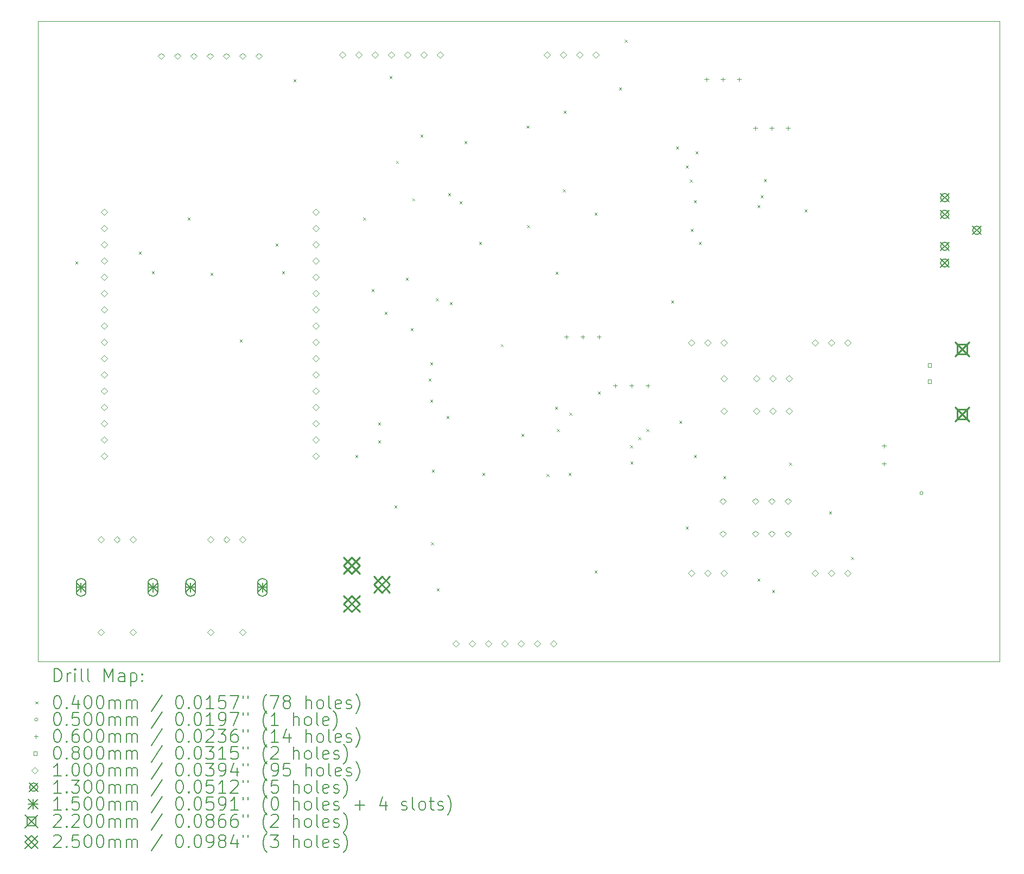
<source format=gbr>
%TF.GenerationSoftware,KiCad,Pcbnew,(6.0.10)*%
%TF.CreationDate,2023-02-15T21:48:49-05:00*%
%TF.ProjectId,SDR-Transceiver,5344522d-5472-4616-9e73-636569766572,rev?*%
%TF.SameCoordinates,Original*%
%TF.FileFunction,Drillmap*%
%TF.FilePolarity,Positive*%
%FSLAX45Y45*%
G04 Gerber Fmt 4.5, Leading zero omitted, Abs format (unit mm)*
G04 Created by KiCad (PCBNEW (6.0.10)) date 2023-02-15 21:48:49*
%MOMM*%
%LPD*%
G01*
G04 APERTURE LIST*
%ADD10C,0.100000*%
%ADD11C,0.200000*%
%ADD12C,0.040000*%
%ADD13C,0.050000*%
%ADD14C,0.060000*%
%ADD15C,0.080000*%
%ADD16C,0.130000*%
%ADD17C,0.150000*%
%ADD18C,0.220000*%
%ADD19C,0.250000*%
G04 APERTURE END LIST*
D10*
X6780500Y-4439900D02*
X21780500Y-4439900D01*
X21780500Y-4439900D02*
X21780500Y-14439900D01*
X21780500Y-14439900D02*
X6780500Y-14439900D01*
X6780500Y-14439900D02*
X6780500Y-4439900D01*
D11*
D12*
X7358700Y-8196900D02*
X7398700Y-8236900D01*
X7398700Y-8196900D02*
X7358700Y-8236900D01*
X8349300Y-8039600D02*
X8389300Y-8079600D01*
X8389300Y-8039600D02*
X8349300Y-8079600D01*
X8552500Y-8349300D02*
X8592500Y-8389300D01*
X8592500Y-8349300D02*
X8552500Y-8389300D01*
X9111300Y-7511100D02*
X9151300Y-7551100D01*
X9151300Y-7511100D02*
X9111300Y-7551100D01*
X9466900Y-8374700D02*
X9506900Y-8414700D01*
X9506900Y-8374700D02*
X9466900Y-8414700D01*
X9924100Y-9416100D02*
X9964100Y-9456100D01*
X9964100Y-9416100D02*
X9924100Y-9456100D01*
X10482900Y-7912600D02*
X10522900Y-7952600D01*
X10522900Y-7912600D02*
X10482900Y-7952600D01*
X10584500Y-8349300D02*
X10624500Y-8389300D01*
X10624500Y-8349300D02*
X10584500Y-8389300D01*
X10762300Y-5352100D02*
X10802300Y-5392100D01*
X10802300Y-5352100D02*
X10762300Y-5392100D01*
X11727500Y-11219500D02*
X11767500Y-11259500D01*
X11767500Y-11219500D02*
X11727500Y-11259500D01*
X11851200Y-7509800D02*
X11891200Y-7549800D01*
X11891200Y-7509800D02*
X11851200Y-7549800D01*
X11981500Y-8628700D02*
X12021500Y-8668700D01*
X12021500Y-8628700D02*
X11981500Y-8668700D01*
X12083100Y-10711500D02*
X12123100Y-10751500D01*
X12123100Y-10711500D02*
X12083100Y-10751500D01*
X12083100Y-10990900D02*
X12123100Y-11030900D01*
X12123100Y-10990900D02*
X12083100Y-11030900D01*
X12184700Y-8984300D02*
X12224700Y-9024300D01*
X12224700Y-8984300D02*
X12184700Y-9024300D01*
X12260900Y-5301300D02*
X12300900Y-5341300D01*
X12300900Y-5301300D02*
X12260900Y-5341300D01*
X12337100Y-12006900D02*
X12377100Y-12046900D01*
X12377100Y-12006900D02*
X12337100Y-12046900D01*
X12362500Y-6624100D02*
X12402500Y-6664100D01*
X12402500Y-6624100D02*
X12362500Y-6664100D01*
X12514900Y-8450900D02*
X12554900Y-8490900D01*
X12554900Y-8450900D02*
X12514900Y-8490900D01*
X12591100Y-9238300D02*
X12631100Y-9278300D01*
X12631100Y-9238300D02*
X12591100Y-9278300D01*
X12616500Y-7208300D02*
X12656500Y-7248300D01*
X12656500Y-7208300D02*
X12616500Y-7248300D01*
X12743500Y-6215700D02*
X12783500Y-6255700D01*
X12783500Y-6215700D02*
X12743500Y-6255700D01*
X12870500Y-10025700D02*
X12910500Y-10065700D01*
X12910500Y-10025700D02*
X12870500Y-10065700D01*
X12895900Y-9771700D02*
X12935900Y-9811700D01*
X12935900Y-9771700D02*
X12895900Y-9811700D01*
X12895900Y-10355900D02*
X12935900Y-10395900D01*
X12935900Y-10355900D02*
X12895900Y-10395900D01*
X12908600Y-12578400D02*
X12948600Y-12618400D01*
X12948600Y-12578400D02*
X12908600Y-12618400D01*
X12921300Y-11448100D02*
X12961300Y-11488100D01*
X12961300Y-11448100D02*
X12921300Y-11488100D01*
X12984800Y-8768400D02*
X13024800Y-8808400D01*
X13024800Y-8768400D02*
X12984800Y-8808400D01*
X12997500Y-13302300D02*
X13037500Y-13342300D01*
X13037500Y-13302300D02*
X12997500Y-13342300D01*
X13149900Y-10609900D02*
X13189900Y-10649900D01*
X13189900Y-10609900D02*
X13149900Y-10649900D01*
X13175300Y-7130100D02*
X13215300Y-7170100D01*
X13215300Y-7130100D02*
X13175300Y-7170100D01*
X13200700Y-8831900D02*
X13240700Y-8871900D01*
X13240700Y-8831900D02*
X13200700Y-8871900D01*
X13353100Y-7257100D02*
X13393100Y-7297100D01*
X13393100Y-7257100D02*
X13353100Y-7297100D01*
X13429300Y-6317300D02*
X13469300Y-6357300D01*
X13469300Y-6317300D02*
X13429300Y-6357300D01*
X13657900Y-7892100D02*
X13697900Y-7932100D01*
X13697900Y-7892100D02*
X13657900Y-7932100D01*
X13708700Y-11498900D02*
X13748700Y-11538900D01*
X13748700Y-11498900D02*
X13708700Y-11538900D01*
X13995450Y-9484950D02*
X14035450Y-9524950D01*
X14035450Y-9484950D02*
X13995450Y-9524950D01*
X14318300Y-10889300D02*
X14358300Y-10929300D01*
X14358300Y-10889300D02*
X14318300Y-10929300D01*
X14400850Y-6074350D02*
X14440850Y-6114350D01*
X14440850Y-6074350D02*
X14400850Y-6114350D01*
X14407200Y-7630100D02*
X14447200Y-7670100D01*
X14447200Y-7630100D02*
X14407200Y-7670100D01*
X14709600Y-11510659D02*
X14749600Y-11550659D01*
X14749600Y-11510659D02*
X14709600Y-11550659D01*
X14842950Y-10462909D02*
X14882950Y-10502909D01*
X14882950Y-10462909D02*
X14842950Y-10502909D01*
X14851700Y-8354000D02*
X14891700Y-8394000D01*
X14891700Y-8354000D02*
X14851700Y-8394000D01*
X14874700Y-10812159D02*
X14914700Y-10852159D01*
X14914700Y-10812159D02*
X14874700Y-10852159D01*
X14966130Y-7071430D02*
X15006130Y-7111430D01*
X15006130Y-7071430D02*
X14966130Y-7111430D01*
X14978700Y-5839400D02*
X15018700Y-5879400D01*
X15018700Y-5839400D02*
X14978700Y-5879400D01*
X15054900Y-11498900D02*
X15094900Y-11538900D01*
X15094900Y-11498900D02*
X15054900Y-11538900D01*
X15065200Y-10558159D02*
X15105200Y-10598159D01*
X15105200Y-10558159D02*
X15065200Y-10598159D01*
X15461300Y-7434900D02*
X15501300Y-7474900D01*
X15501300Y-7434900D02*
X15461300Y-7474900D01*
X15461300Y-13022900D02*
X15501300Y-13062900D01*
X15501300Y-13022900D02*
X15461300Y-13062900D01*
X15512100Y-10228900D02*
X15552100Y-10268900D01*
X15552100Y-10228900D02*
X15512100Y-10268900D01*
X15842300Y-5479100D02*
X15882300Y-5519100D01*
X15882300Y-5479100D02*
X15842300Y-5519100D01*
X15931200Y-4729800D02*
X15971200Y-4769800D01*
X15971200Y-4729800D02*
X15931200Y-4769800D01*
X16016759Y-11067100D02*
X16056759Y-11107100D01*
X16056759Y-11067100D02*
X16016759Y-11107100D01*
X16020100Y-11321100D02*
X16060100Y-11361100D01*
X16060100Y-11321100D02*
X16020100Y-11361100D01*
X16144700Y-10939159D02*
X16184700Y-10979159D01*
X16184700Y-10939159D02*
X16144700Y-10979159D01*
X16271700Y-10812159D02*
X16311700Y-10852159D01*
X16311700Y-10812159D02*
X16271700Y-10852159D01*
X16655100Y-8806500D02*
X16695100Y-8846500D01*
X16695100Y-8806500D02*
X16655100Y-8846500D01*
X16731300Y-6398200D02*
X16771300Y-6438200D01*
X16771300Y-6398200D02*
X16731300Y-6438200D01*
X16782100Y-10686100D02*
X16822100Y-10726100D01*
X16822100Y-10686100D02*
X16782100Y-10726100D01*
X16883700Y-6698300D02*
X16923700Y-6738300D01*
X16923700Y-6698300D02*
X16883700Y-6738300D01*
X16883700Y-12337100D02*
X16923700Y-12377100D01*
X16923700Y-12337100D02*
X16883700Y-12377100D01*
X16947070Y-6918770D02*
X16987070Y-6958770D01*
X16987070Y-6918770D02*
X16947070Y-6958770D01*
X16959900Y-7688900D02*
X16999900Y-7728900D01*
X16999900Y-7688900D02*
X16959900Y-7728900D01*
X17010700Y-7236400D02*
X17050700Y-7276400D01*
X17050700Y-7236400D02*
X17010700Y-7276400D01*
X17010700Y-11219500D02*
X17050700Y-11259500D01*
X17050700Y-11219500D02*
X17010700Y-11259500D01*
X17036100Y-6474400D02*
X17076100Y-6514400D01*
X17076100Y-6474400D02*
X17036100Y-6514400D01*
X17086900Y-7892100D02*
X17126900Y-7932100D01*
X17126900Y-7892100D02*
X17086900Y-7932100D01*
X17467900Y-11549700D02*
X17507900Y-11589700D01*
X17507900Y-11549700D02*
X17467900Y-11589700D01*
X18001300Y-7312600D02*
X18041300Y-7352600D01*
X18041300Y-7312600D02*
X18001300Y-7352600D01*
X18001300Y-13149900D02*
X18041300Y-13189900D01*
X18041300Y-13149900D02*
X18001300Y-13189900D01*
X18052100Y-7160200D02*
X18092100Y-7200200D01*
X18092100Y-7160200D02*
X18052100Y-7200200D01*
X18102900Y-6906200D02*
X18142900Y-6946200D01*
X18142900Y-6906200D02*
X18102900Y-6946200D01*
X18229900Y-13327700D02*
X18269900Y-13367700D01*
X18269900Y-13327700D02*
X18229900Y-13367700D01*
X18496600Y-11333800D02*
X18536600Y-11373800D01*
X18536600Y-11333800D02*
X18496600Y-11373800D01*
X18737900Y-7384100D02*
X18777900Y-7424100D01*
X18777900Y-7384100D02*
X18737900Y-7424100D01*
X19119180Y-12097350D02*
X19159180Y-12137350D01*
X19159180Y-12097350D02*
X19119180Y-12137350D01*
X19462562Y-12806238D02*
X19502562Y-12846238D01*
X19502562Y-12806238D02*
X19462562Y-12846238D01*
D13*
X20586580Y-11812550D02*
G75*
G03*
X20586580Y-11812550I-25000J0D01*
G01*
D14*
X15021700Y-9341659D02*
X15021700Y-9401659D01*
X14991700Y-9371659D02*
X15051700Y-9371659D01*
X15275700Y-9341659D02*
X15275700Y-9401659D01*
X15245700Y-9371659D02*
X15305700Y-9371659D01*
X15529700Y-9341659D02*
X15529700Y-9401659D01*
X15499700Y-9371659D02*
X15559700Y-9371659D01*
X15783700Y-10103659D02*
X15783700Y-10163659D01*
X15753700Y-10133659D02*
X15813700Y-10133659D01*
X16037700Y-10103659D02*
X16037700Y-10163659D01*
X16007700Y-10133659D02*
X16067700Y-10133659D01*
X16291700Y-10103659D02*
X16291700Y-10163659D01*
X16261700Y-10133659D02*
X16321700Y-10133659D01*
X17208500Y-5321400D02*
X17208500Y-5381400D01*
X17178500Y-5351400D02*
X17238500Y-5351400D01*
X17462500Y-5321400D02*
X17462500Y-5381400D01*
X17432500Y-5351400D02*
X17492500Y-5351400D01*
X17716500Y-5321400D02*
X17716500Y-5381400D01*
X17686500Y-5351400D02*
X17746500Y-5351400D01*
X17970500Y-6083400D02*
X17970500Y-6143400D01*
X17940500Y-6113400D02*
X18000500Y-6113400D01*
X18224500Y-6083400D02*
X18224500Y-6143400D01*
X18194500Y-6113400D02*
X18254500Y-6113400D01*
X18478500Y-6083400D02*
X18478500Y-6143400D01*
X18448500Y-6113400D02*
X18508500Y-6113400D01*
X19977380Y-11045950D02*
X19977380Y-11105950D01*
X19947380Y-11075950D02*
X20007380Y-11075950D01*
X19977380Y-11325350D02*
X19977380Y-11385350D01*
X19947380Y-11355350D02*
X20007380Y-11355350D01*
D15*
X20716585Y-9845385D02*
X20716585Y-9788816D01*
X20660016Y-9788816D01*
X20660016Y-9845385D01*
X20716585Y-9845385D01*
X20716585Y-10099385D02*
X20716585Y-10042816D01*
X20660016Y-10042816D01*
X20660016Y-10099385D01*
X20716585Y-10099385D01*
D10*
X7759700Y-12584900D02*
X7809700Y-12534900D01*
X7759700Y-12484900D01*
X7709700Y-12534900D01*
X7759700Y-12584900D01*
X7759700Y-14034900D02*
X7809700Y-13984900D01*
X7759700Y-13934900D01*
X7709700Y-13984900D01*
X7759700Y-14034900D01*
X7810500Y-7474600D02*
X7860500Y-7424600D01*
X7810500Y-7374600D01*
X7760500Y-7424600D01*
X7810500Y-7474600D01*
X7810500Y-7728600D02*
X7860500Y-7678600D01*
X7810500Y-7628600D01*
X7760500Y-7678600D01*
X7810500Y-7728600D01*
X7810500Y-7982600D02*
X7860500Y-7932600D01*
X7810500Y-7882600D01*
X7760500Y-7932600D01*
X7810500Y-7982600D01*
X7810500Y-8236600D02*
X7860500Y-8186600D01*
X7810500Y-8136600D01*
X7760500Y-8186600D01*
X7810500Y-8236600D01*
X7810500Y-8490600D02*
X7860500Y-8440600D01*
X7810500Y-8390600D01*
X7760500Y-8440600D01*
X7810500Y-8490600D01*
X7810500Y-8744600D02*
X7860500Y-8694600D01*
X7810500Y-8644600D01*
X7760500Y-8694600D01*
X7810500Y-8744600D01*
X7810500Y-8998600D02*
X7860500Y-8948600D01*
X7810500Y-8898600D01*
X7760500Y-8948600D01*
X7810500Y-8998600D01*
X7810500Y-9252600D02*
X7860500Y-9202600D01*
X7810500Y-9152600D01*
X7760500Y-9202600D01*
X7810500Y-9252600D01*
X7810500Y-9506600D02*
X7860500Y-9456600D01*
X7810500Y-9406600D01*
X7760500Y-9456600D01*
X7810500Y-9506600D01*
X7810500Y-9760600D02*
X7860500Y-9710600D01*
X7810500Y-9660600D01*
X7760500Y-9710600D01*
X7810500Y-9760600D01*
X7810500Y-10014600D02*
X7860500Y-9964600D01*
X7810500Y-9914600D01*
X7760500Y-9964600D01*
X7810500Y-10014600D01*
X7810500Y-10268600D02*
X7860500Y-10218600D01*
X7810500Y-10168600D01*
X7760500Y-10218600D01*
X7810500Y-10268600D01*
X7810500Y-10522600D02*
X7860500Y-10472600D01*
X7810500Y-10422600D01*
X7760500Y-10472600D01*
X7810500Y-10522600D01*
X7810500Y-10776600D02*
X7860500Y-10726600D01*
X7810500Y-10676600D01*
X7760500Y-10726600D01*
X7810500Y-10776600D01*
X7810500Y-11030600D02*
X7860500Y-10980600D01*
X7810500Y-10930600D01*
X7760500Y-10980600D01*
X7810500Y-11030600D01*
X7810500Y-11284600D02*
X7860500Y-11234600D01*
X7810500Y-11184600D01*
X7760500Y-11234600D01*
X7810500Y-11284600D01*
X8009700Y-12584900D02*
X8059700Y-12534900D01*
X8009700Y-12484900D01*
X7959700Y-12534900D01*
X8009700Y-12584900D01*
X8259700Y-12584900D02*
X8309700Y-12534900D01*
X8259700Y-12484900D01*
X8209700Y-12534900D01*
X8259700Y-12584900D01*
X8259700Y-14034900D02*
X8309700Y-13984900D01*
X8259700Y-13934900D01*
X8209700Y-13984900D01*
X8259700Y-14034900D01*
X8701500Y-5038600D02*
X8751500Y-4988600D01*
X8701500Y-4938600D01*
X8651500Y-4988600D01*
X8701500Y-5038600D01*
X8955500Y-5038600D02*
X9005500Y-4988600D01*
X8955500Y-4938600D01*
X8905500Y-4988600D01*
X8955500Y-5038600D01*
X9209500Y-5038600D02*
X9259500Y-4988600D01*
X9209500Y-4938600D01*
X9159500Y-4988600D01*
X9209500Y-5038600D01*
X9463500Y-5038600D02*
X9513500Y-4988600D01*
X9463500Y-4938600D01*
X9413500Y-4988600D01*
X9463500Y-5038600D01*
X9469500Y-12584900D02*
X9519500Y-12534900D01*
X9469500Y-12484900D01*
X9419500Y-12534900D01*
X9469500Y-12584900D01*
X9469500Y-14034900D02*
X9519500Y-13984900D01*
X9469500Y-13934900D01*
X9419500Y-13984900D01*
X9469500Y-14034900D01*
X9717500Y-5038600D02*
X9767500Y-4988600D01*
X9717500Y-4938600D01*
X9667500Y-4988600D01*
X9717500Y-5038600D01*
X9719500Y-12584900D02*
X9769500Y-12534900D01*
X9719500Y-12484900D01*
X9669500Y-12534900D01*
X9719500Y-12584900D01*
X9969500Y-12584900D02*
X10019500Y-12534900D01*
X9969500Y-12484900D01*
X9919500Y-12534900D01*
X9969500Y-12584900D01*
X9969500Y-14034900D02*
X10019500Y-13984900D01*
X9969500Y-13934900D01*
X9919500Y-13984900D01*
X9969500Y-14034900D01*
X9971500Y-5038600D02*
X10021500Y-4988600D01*
X9971500Y-4938600D01*
X9921500Y-4988600D01*
X9971500Y-5038600D01*
X10225500Y-5038600D02*
X10275500Y-4988600D01*
X10225500Y-4938600D01*
X10175500Y-4988600D01*
X10225500Y-5038600D01*
X11112500Y-7474600D02*
X11162500Y-7424600D01*
X11112500Y-7374600D01*
X11062500Y-7424600D01*
X11112500Y-7474600D01*
X11112500Y-7728600D02*
X11162500Y-7678600D01*
X11112500Y-7628600D01*
X11062500Y-7678600D01*
X11112500Y-7728600D01*
X11112500Y-7982600D02*
X11162500Y-7932600D01*
X11112500Y-7882600D01*
X11062500Y-7932600D01*
X11112500Y-7982600D01*
X11112500Y-8236600D02*
X11162500Y-8186600D01*
X11112500Y-8136600D01*
X11062500Y-8186600D01*
X11112500Y-8236600D01*
X11112500Y-8490600D02*
X11162500Y-8440600D01*
X11112500Y-8390600D01*
X11062500Y-8440600D01*
X11112500Y-8490600D01*
X11112500Y-8744600D02*
X11162500Y-8694600D01*
X11112500Y-8644600D01*
X11062500Y-8694600D01*
X11112500Y-8744600D01*
X11112500Y-8998600D02*
X11162500Y-8948600D01*
X11112500Y-8898600D01*
X11062500Y-8948600D01*
X11112500Y-8998600D01*
X11112500Y-9252600D02*
X11162500Y-9202600D01*
X11112500Y-9152600D01*
X11062500Y-9202600D01*
X11112500Y-9252600D01*
X11112500Y-9506600D02*
X11162500Y-9456600D01*
X11112500Y-9406600D01*
X11062500Y-9456600D01*
X11112500Y-9506600D01*
X11112500Y-9760600D02*
X11162500Y-9710600D01*
X11112500Y-9660600D01*
X11062500Y-9710600D01*
X11112500Y-9760600D01*
X11112500Y-10014600D02*
X11162500Y-9964600D01*
X11112500Y-9914600D01*
X11062500Y-9964600D01*
X11112500Y-10014600D01*
X11112500Y-10268600D02*
X11162500Y-10218600D01*
X11112500Y-10168600D01*
X11062500Y-10218600D01*
X11112500Y-10268600D01*
X11112500Y-10522600D02*
X11162500Y-10472600D01*
X11112500Y-10422600D01*
X11062500Y-10472600D01*
X11112500Y-10522600D01*
X11112500Y-10776600D02*
X11162500Y-10726600D01*
X11112500Y-10676600D01*
X11062500Y-10726600D01*
X11112500Y-10776600D01*
X11112500Y-11030600D02*
X11162500Y-10980600D01*
X11112500Y-10930600D01*
X11062500Y-10980600D01*
X11112500Y-11030600D01*
X11112500Y-11284600D02*
X11162500Y-11234600D01*
X11112500Y-11184600D01*
X11062500Y-11234600D01*
X11112500Y-11284600D01*
X11529800Y-5015700D02*
X11579800Y-4965700D01*
X11529800Y-4915700D01*
X11479800Y-4965700D01*
X11529800Y-5015700D01*
X11783800Y-5015700D02*
X11833800Y-4965700D01*
X11783800Y-4915700D01*
X11733800Y-4965700D01*
X11783800Y-5015700D01*
X12037800Y-5015700D02*
X12087800Y-4965700D01*
X12037800Y-4915700D01*
X11987800Y-4965700D01*
X12037800Y-5015700D01*
X12291800Y-5015700D02*
X12341800Y-4965700D01*
X12291800Y-4915700D01*
X12241800Y-4965700D01*
X12291800Y-5015700D01*
X12545800Y-5015700D02*
X12595800Y-4965700D01*
X12545800Y-4915700D01*
X12495800Y-4965700D01*
X12545800Y-5015700D01*
X12799800Y-5015700D02*
X12849800Y-4965700D01*
X12799800Y-4915700D01*
X12749800Y-4965700D01*
X12799800Y-5015700D01*
X13053800Y-5015700D02*
X13103800Y-4965700D01*
X13053800Y-4915700D01*
X13003800Y-4965700D01*
X13053800Y-5015700D01*
X13296900Y-14210500D02*
X13346900Y-14160500D01*
X13296900Y-14110500D01*
X13246900Y-14160500D01*
X13296900Y-14210500D01*
X13550900Y-14210500D02*
X13600900Y-14160500D01*
X13550900Y-14110500D01*
X13500900Y-14160500D01*
X13550900Y-14210500D01*
X13804900Y-14210500D02*
X13854900Y-14160500D01*
X13804900Y-14110500D01*
X13754900Y-14160500D01*
X13804900Y-14210500D01*
X14058900Y-14210500D02*
X14108900Y-14160500D01*
X14058900Y-14110500D01*
X14008900Y-14160500D01*
X14058900Y-14210500D01*
X14312900Y-14210500D02*
X14362900Y-14160500D01*
X14312900Y-14110500D01*
X14262900Y-14160500D01*
X14312900Y-14210500D01*
X14566900Y-14210500D02*
X14616900Y-14160500D01*
X14566900Y-14110500D01*
X14516900Y-14160500D01*
X14566900Y-14210500D01*
X14719300Y-5015700D02*
X14769300Y-4965700D01*
X14719300Y-4915700D01*
X14669300Y-4965700D01*
X14719300Y-5015700D01*
X14820900Y-14210500D02*
X14870900Y-14160500D01*
X14820900Y-14110500D01*
X14770900Y-14160500D01*
X14820900Y-14210500D01*
X14973300Y-5015700D02*
X15023300Y-4965700D01*
X14973300Y-4915700D01*
X14923300Y-4965700D01*
X14973300Y-5015700D01*
X15227300Y-5015700D02*
X15277300Y-4965700D01*
X15227300Y-4915700D01*
X15177300Y-4965700D01*
X15227300Y-5015700D01*
X15481300Y-5015700D02*
X15531300Y-4965700D01*
X15481300Y-4915700D01*
X15431300Y-4965700D01*
X15481300Y-5015700D01*
X16969030Y-9512500D02*
X17019030Y-9462500D01*
X16969030Y-9412500D01*
X16919030Y-9462500D01*
X16969030Y-9512500D01*
X16969030Y-13112500D02*
X17019030Y-13062500D01*
X16969030Y-13012500D01*
X16919030Y-13062500D01*
X16969030Y-13112500D01*
X17223030Y-9512500D02*
X17273030Y-9462500D01*
X17223030Y-9412500D01*
X17173030Y-9462500D01*
X17223030Y-9512500D01*
X17223030Y-13112500D02*
X17273030Y-13062500D01*
X17223030Y-13012500D01*
X17173030Y-13062500D01*
X17223030Y-13112500D01*
X17462780Y-11989550D02*
X17512780Y-11939550D01*
X17462780Y-11889550D01*
X17412780Y-11939550D01*
X17462780Y-11989550D01*
X17462780Y-12497550D02*
X17512780Y-12447550D01*
X17462780Y-12397550D01*
X17412780Y-12447550D01*
X17462780Y-12497550D01*
X17477030Y-9512500D02*
X17527030Y-9462500D01*
X17477030Y-9412500D01*
X17427030Y-9462500D01*
X17477030Y-9512500D01*
X17477030Y-10071300D02*
X17527030Y-10021300D01*
X17477030Y-9971300D01*
X17427030Y-10021300D01*
X17477030Y-10071300D01*
X17477030Y-10579300D02*
X17527030Y-10529300D01*
X17477030Y-10479300D01*
X17427030Y-10529300D01*
X17477030Y-10579300D01*
X17477030Y-13112500D02*
X17527030Y-13062500D01*
X17477030Y-13012500D01*
X17427030Y-13062500D01*
X17477030Y-13112500D01*
X17970780Y-11989550D02*
X18020780Y-11939550D01*
X17970780Y-11889550D01*
X17920780Y-11939550D01*
X17970780Y-11989550D01*
X17970780Y-12497550D02*
X18020780Y-12447550D01*
X17970780Y-12397550D01*
X17920780Y-12447550D01*
X17970780Y-12497550D01*
X17985030Y-10071300D02*
X18035030Y-10021300D01*
X17985030Y-9971300D01*
X17935030Y-10021300D01*
X17985030Y-10071300D01*
X17985030Y-10579300D02*
X18035030Y-10529300D01*
X17985030Y-10479300D01*
X17935030Y-10529300D01*
X17985030Y-10579300D01*
X18224780Y-11989550D02*
X18274780Y-11939550D01*
X18224780Y-11889550D01*
X18174780Y-11939550D01*
X18224780Y-11989550D01*
X18224780Y-12497550D02*
X18274780Y-12447550D01*
X18224780Y-12397550D01*
X18174780Y-12447550D01*
X18224780Y-12497550D01*
X18239030Y-10071300D02*
X18289030Y-10021300D01*
X18239030Y-9971300D01*
X18189030Y-10021300D01*
X18239030Y-10071300D01*
X18239030Y-10579300D02*
X18289030Y-10529300D01*
X18239030Y-10479300D01*
X18189030Y-10529300D01*
X18239030Y-10579300D01*
X18478780Y-11989550D02*
X18528780Y-11939550D01*
X18478780Y-11889550D01*
X18428780Y-11939550D01*
X18478780Y-11989550D01*
X18478780Y-12497550D02*
X18528780Y-12447550D01*
X18478780Y-12397550D01*
X18428780Y-12447550D01*
X18478780Y-12497550D01*
X18493030Y-10071300D02*
X18543030Y-10021300D01*
X18493030Y-9971300D01*
X18443030Y-10021300D01*
X18493030Y-10071300D01*
X18493030Y-10579300D02*
X18543030Y-10529300D01*
X18493030Y-10479300D01*
X18443030Y-10529300D01*
X18493030Y-10579300D01*
X18899430Y-9512500D02*
X18949430Y-9462500D01*
X18899430Y-9412500D01*
X18849430Y-9462500D01*
X18899430Y-9512500D01*
X18899430Y-13112500D02*
X18949430Y-13062500D01*
X18899430Y-13012500D01*
X18849430Y-13062500D01*
X18899430Y-13112500D01*
X19153430Y-9512500D02*
X19203430Y-9462500D01*
X19153430Y-9412500D01*
X19103430Y-9462500D01*
X19153430Y-9512500D01*
X19153430Y-13112500D02*
X19203430Y-13062500D01*
X19153430Y-13012500D01*
X19103430Y-13062500D01*
X19153430Y-13112500D01*
X19407430Y-9512500D02*
X19457430Y-9462500D01*
X19407430Y-9412500D01*
X19357430Y-9462500D01*
X19407430Y-9512500D01*
X19407430Y-13112500D02*
X19457430Y-13062500D01*
X19407430Y-13012500D01*
X19357430Y-13062500D01*
X19407430Y-13112500D01*
D16*
X20859900Y-7133900D02*
X20989900Y-7263900D01*
X20989900Y-7133900D02*
X20859900Y-7263900D01*
X20989900Y-7198900D02*
G75*
G03*
X20989900Y-7198900I-65000J0D01*
G01*
X20859900Y-7393900D02*
X20989900Y-7523900D01*
X20989900Y-7393900D02*
X20859900Y-7523900D01*
X20989900Y-7458900D02*
G75*
G03*
X20989900Y-7458900I-65000J0D01*
G01*
X20859900Y-7893900D02*
X20989900Y-8023900D01*
X20989900Y-7893900D02*
X20859900Y-8023900D01*
X20989900Y-7958900D02*
G75*
G03*
X20989900Y-7958900I-65000J0D01*
G01*
X20859900Y-8153900D02*
X20989900Y-8283900D01*
X20989900Y-8153900D02*
X20859900Y-8283900D01*
X20989900Y-8218900D02*
G75*
G03*
X20989900Y-8218900I-65000J0D01*
G01*
X21359900Y-7643900D02*
X21489900Y-7773900D01*
X21489900Y-7643900D02*
X21359900Y-7773900D01*
X21489900Y-7708900D02*
G75*
G03*
X21489900Y-7708900I-65000J0D01*
G01*
D17*
X7374700Y-13209900D02*
X7524700Y-13359900D01*
X7524700Y-13209900D02*
X7374700Y-13359900D01*
X7449700Y-13209900D02*
X7449700Y-13359900D01*
X7374700Y-13284900D02*
X7524700Y-13284900D01*
D11*
X7374700Y-13219900D02*
X7374700Y-13349900D01*
X7524700Y-13219900D02*
X7524700Y-13349900D01*
X7374700Y-13349900D02*
G75*
G03*
X7524700Y-13349900I75000J0D01*
G01*
X7524700Y-13219900D02*
G75*
G03*
X7374700Y-13219900I-75000J0D01*
G01*
D17*
X8494700Y-13209900D02*
X8644700Y-13359900D01*
X8644700Y-13209900D02*
X8494700Y-13359900D01*
X8569700Y-13209900D02*
X8569700Y-13359900D01*
X8494700Y-13284900D02*
X8644700Y-13284900D01*
D11*
X8494700Y-13219900D02*
X8494700Y-13349900D01*
X8644700Y-13219900D02*
X8644700Y-13349900D01*
X8494700Y-13349900D02*
G75*
G03*
X8644700Y-13349900I75000J0D01*
G01*
X8644700Y-13219900D02*
G75*
G03*
X8494700Y-13219900I-75000J0D01*
G01*
D17*
X9084500Y-13209900D02*
X9234500Y-13359900D01*
X9234500Y-13209900D02*
X9084500Y-13359900D01*
X9159500Y-13209900D02*
X9159500Y-13359900D01*
X9084500Y-13284900D02*
X9234500Y-13284900D01*
D11*
X9084500Y-13219900D02*
X9084500Y-13349900D01*
X9234500Y-13219900D02*
X9234500Y-13349900D01*
X9084500Y-13349900D02*
G75*
G03*
X9234500Y-13349900I75000J0D01*
G01*
X9234500Y-13219900D02*
G75*
G03*
X9084500Y-13219900I-75000J0D01*
G01*
D17*
X10204500Y-13209900D02*
X10354500Y-13359900D01*
X10354500Y-13209900D02*
X10204500Y-13359900D01*
X10279500Y-13209900D02*
X10279500Y-13359900D01*
X10204500Y-13284900D02*
X10354500Y-13284900D01*
D11*
X10204500Y-13219900D02*
X10204500Y-13349900D01*
X10354500Y-13219900D02*
X10354500Y-13349900D01*
X10204500Y-13349900D02*
G75*
G03*
X10354500Y-13349900I75000J0D01*
G01*
X10354500Y-13219900D02*
G75*
G03*
X10204500Y-13219900I-75000J0D01*
G01*
D18*
X21086300Y-9453100D02*
X21306300Y-9673100D01*
X21306300Y-9453100D02*
X21086300Y-9673100D01*
X21274083Y-9640883D02*
X21274083Y-9485318D01*
X21118518Y-9485318D01*
X21118518Y-9640883D01*
X21274083Y-9640883D01*
X21086300Y-10469100D02*
X21306300Y-10689100D01*
X21306300Y-10469100D02*
X21086300Y-10689100D01*
X21274083Y-10656883D02*
X21274083Y-10501318D01*
X21118518Y-10501318D01*
X21118518Y-10656883D01*
X21274083Y-10656883D01*
D19*
X11546300Y-12816300D02*
X11796300Y-13066300D01*
X11796300Y-12816300D02*
X11546300Y-13066300D01*
X11671300Y-13066300D02*
X11796300Y-12941300D01*
X11671300Y-12816300D01*
X11546300Y-12941300D01*
X11671300Y-13066300D01*
X11546300Y-13416300D02*
X11796300Y-13666300D01*
X11796300Y-13416300D02*
X11546300Y-13666300D01*
X11671300Y-13666300D02*
X11796300Y-13541300D01*
X11671300Y-13416300D01*
X11546300Y-13541300D01*
X11671300Y-13666300D01*
X12016300Y-13116300D02*
X12266300Y-13366300D01*
X12266300Y-13116300D02*
X12016300Y-13366300D01*
X12141300Y-13366300D02*
X12266300Y-13241300D01*
X12141300Y-13116300D01*
X12016300Y-13241300D01*
X12141300Y-13366300D01*
D11*
X7033119Y-14755376D02*
X7033119Y-14555376D01*
X7080738Y-14555376D01*
X7109309Y-14564900D01*
X7128357Y-14583948D01*
X7137881Y-14602995D01*
X7147405Y-14641090D01*
X7147405Y-14669662D01*
X7137881Y-14707757D01*
X7128357Y-14726805D01*
X7109309Y-14745852D01*
X7080738Y-14755376D01*
X7033119Y-14755376D01*
X7233119Y-14755376D02*
X7233119Y-14622043D01*
X7233119Y-14660138D02*
X7242643Y-14641090D01*
X7252167Y-14631567D01*
X7271214Y-14622043D01*
X7290262Y-14622043D01*
X7356928Y-14755376D02*
X7356928Y-14622043D01*
X7356928Y-14555376D02*
X7347405Y-14564900D01*
X7356928Y-14574424D01*
X7366452Y-14564900D01*
X7356928Y-14555376D01*
X7356928Y-14574424D01*
X7480738Y-14755376D02*
X7461690Y-14745852D01*
X7452167Y-14726805D01*
X7452167Y-14555376D01*
X7585500Y-14755376D02*
X7566452Y-14745852D01*
X7556928Y-14726805D01*
X7556928Y-14555376D01*
X7814071Y-14755376D02*
X7814071Y-14555376D01*
X7880738Y-14698233D01*
X7947405Y-14555376D01*
X7947405Y-14755376D01*
X8128357Y-14755376D02*
X8128357Y-14650614D01*
X8118833Y-14631567D01*
X8099786Y-14622043D01*
X8061690Y-14622043D01*
X8042643Y-14631567D01*
X8128357Y-14745852D02*
X8109309Y-14755376D01*
X8061690Y-14755376D01*
X8042643Y-14745852D01*
X8033119Y-14726805D01*
X8033119Y-14707757D01*
X8042643Y-14688709D01*
X8061690Y-14679186D01*
X8109309Y-14679186D01*
X8128357Y-14669662D01*
X8223595Y-14622043D02*
X8223595Y-14822043D01*
X8223595Y-14631567D02*
X8242643Y-14622043D01*
X8280738Y-14622043D01*
X8299786Y-14631567D01*
X8309309Y-14641090D01*
X8318833Y-14660138D01*
X8318833Y-14717281D01*
X8309309Y-14736328D01*
X8299786Y-14745852D01*
X8280738Y-14755376D01*
X8242643Y-14755376D01*
X8223595Y-14745852D01*
X8404548Y-14736328D02*
X8414071Y-14745852D01*
X8404548Y-14755376D01*
X8395024Y-14745852D01*
X8404548Y-14736328D01*
X8404548Y-14755376D01*
X8404548Y-14631567D02*
X8414071Y-14641090D01*
X8404548Y-14650614D01*
X8395024Y-14641090D01*
X8404548Y-14631567D01*
X8404548Y-14650614D01*
D12*
X6735500Y-15064900D02*
X6775500Y-15104900D01*
X6775500Y-15064900D02*
X6735500Y-15104900D01*
D11*
X7071214Y-14975376D02*
X7090262Y-14975376D01*
X7109309Y-14984900D01*
X7118833Y-14994424D01*
X7128357Y-15013471D01*
X7137881Y-15051567D01*
X7137881Y-15099186D01*
X7128357Y-15137281D01*
X7118833Y-15156328D01*
X7109309Y-15165852D01*
X7090262Y-15175376D01*
X7071214Y-15175376D01*
X7052167Y-15165852D01*
X7042643Y-15156328D01*
X7033119Y-15137281D01*
X7023595Y-15099186D01*
X7023595Y-15051567D01*
X7033119Y-15013471D01*
X7042643Y-14994424D01*
X7052167Y-14984900D01*
X7071214Y-14975376D01*
X7223595Y-15156328D02*
X7233119Y-15165852D01*
X7223595Y-15175376D01*
X7214071Y-15165852D01*
X7223595Y-15156328D01*
X7223595Y-15175376D01*
X7404548Y-15042043D02*
X7404548Y-15175376D01*
X7356928Y-14965852D02*
X7309309Y-15108709D01*
X7433119Y-15108709D01*
X7547405Y-14975376D02*
X7566452Y-14975376D01*
X7585500Y-14984900D01*
X7595024Y-14994424D01*
X7604548Y-15013471D01*
X7614071Y-15051567D01*
X7614071Y-15099186D01*
X7604548Y-15137281D01*
X7595024Y-15156328D01*
X7585500Y-15165852D01*
X7566452Y-15175376D01*
X7547405Y-15175376D01*
X7528357Y-15165852D01*
X7518833Y-15156328D01*
X7509309Y-15137281D01*
X7499786Y-15099186D01*
X7499786Y-15051567D01*
X7509309Y-15013471D01*
X7518833Y-14994424D01*
X7528357Y-14984900D01*
X7547405Y-14975376D01*
X7737881Y-14975376D02*
X7756928Y-14975376D01*
X7775976Y-14984900D01*
X7785500Y-14994424D01*
X7795024Y-15013471D01*
X7804548Y-15051567D01*
X7804548Y-15099186D01*
X7795024Y-15137281D01*
X7785500Y-15156328D01*
X7775976Y-15165852D01*
X7756928Y-15175376D01*
X7737881Y-15175376D01*
X7718833Y-15165852D01*
X7709309Y-15156328D01*
X7699786Y-15137281D01*
X7690262Y-15099186D01*
X7690262Y-15051567D01*
X7699786Y-15013471D01*
X7709309Y-14994424D01*
X7718833Y-14984900D01*
X7737881Y-14975376D01*
X7890262Y-15175376D02*
X7890262Y-15042043D01*
X7890262Y-15061090D02*
X7899786Y-15051567D01*
X7918833Y-15042043D01*
X7947405Y-15042043D01*
X7966452Y-15051567D01*
X7975976Y-15070614D01*
X7975976Y-15175376D01*
X7975976Y-15070614D02*
X7985500Y-15051567D01*
X8004548Y-15042043D01*
X8033119Y-15042043D01*
X8052167Y-15051567D01*
X8061690Y-15070614D01*
X8061690Y-15175376D01*
X8156928Y-15175376D02*
X8156928Y-15042043D01*
X8156928Y-15061090D02*
X8166452Y-15051567D01*
X8185500Y-15042043D01*
X8214071Y-15042043D01*
X8233119Y-15051567D01*
X8242643Y-15070614D01*
X8242643Y-15175376D01*
X8242643Y-15070614D02*
X8252167Y-15051567D01*
X8271214Y-15042043D01*
X8299786Y-15042043D01*
X8318833Y-15051567D01*
X8328357Y-15070614D01*
X8328357Y-15175376D01*
X8718833Y-14965852D02*
X8547405Y-15222995D01*
X8975976Y-14975376D02*
X8995024Y-14975376D01*
X9014071Y-14984900D01*
X9023595Y-14994424D01*
X9033119Y-15013471D01*
X9042643Y-15051567D01*
X9042643Y-15099186D01*
X9033119Y-15137281D01*
X9023595Y-15156328D01*
X9014071Y-15165852D01*
X8995024Y-15175376D01*
X8975976Y-15175376D01*
X8956929Y-15165852D01*
X8947405Y-15156328D01*
X8937881Y-15137281D01*
X8928357Y-15099186D01*
X8928357Y-15051567D01*
X8937881Y-15013471D01*
X8947405Y-14994424D01*
X8956929Y-14984900D01*
X8975976Y-14975376D01*
X9128357Y-15156328D02*
X9137881Y-15165852D01*
X9128357Y-15175376D01*
X9118833Y-15165852D01*
X9128357Y-15156328D01*
X9128357Y-15175376D01*
X9261690Y-14975376D02*
X9280738Y-14975376D01*
X9299786Y-14984900D01*
X9309310Y-14994424D01*
X9318833Y-15013471D01*
X9328357Y-15051567D01*
X9328357Y-15099186D01*
X9318833Y-15137281D01*
X9309310Y-15156328D01*
X9299786Y-15165852D01*
X9280738Y-15175376D01*
X9261690Y-15175376D01*
X9242643Y-15165852D01*
X9233119Y-15156328D01*
X9223595Y-15137281D01*
X9214071Y-15099186D01*
X9214071Y-15051567D01*
X9223595Y-15013471D01*
X9233119Y-14994424D01*
X9242643Y-14984900D01*
X9261690Y-14975376D01*
X9518833Y-15175376D02*
X9404548Y-15175376D01*
X9461690Y-15175376D02*
X9461690Y-14975376D01*
X9442643Y-15003948D01*
X9423595Y-15022995D01*
X9404548Y-15032519D01*
X9699786Y-14975376D02*
X9604548Y-14975376D01*
X9595024Y-15070614D01*
X9604548Y-15061090D01*
X9623595Y-15051567D01*
X9671214Y-15051567D01*
X9690262Y-15061090D01*
X9699786Y-15070614D01*
X9709310Y-15089662D01*
X9709310Y-15137281D01*
X9699786Y-15156328D01*
X9690262Y-15165852D01*
X9671214Y-15175376D01*
X9623595Y-15175376D01*
X9604548Y-15165852D01*
X9595024Y-15156328D01*
X9775976Y-14975376D02*
X9909310Y-14975376D01*
X9823595Y-15175376D01*
X9975976Y-14975376D02*
X9975976Y-15013471D01*
X10052167Y-14975376D02*
X10052167Y-15013471D01*
X10347405Y-15251567D02*
X10337881Y-15242043D01*
X10318833Y-15213471D01*
X10309310Y-15194424D01*
X10299786Y-15165852D01*
X10290262Y-15118233D01*
X10290262Y-15080138D01*
X10299786Y-15032519D01*
X10309310Y-15003948D01*
X10318833Y-14984900D01*
X10337881Y-14956328D01*
X10347405Y-14946805D01*
X10404548Y-14975376D02*
X10537881Y-14975376D01*
X10452167Y-15175376D01*
X10642643Y-15061090D02*
X10623595Y-15051567D01*
X10614071Y-15042043D01*
X10604548Y-15022995D01*
X10604548Y-15013471D01*
X10614071Y-14994424D01*
X10623595Y-14984900D01*
X10642643Y-14975376D01*
X10680738Y-14975376D01*
X10699786Y-14984900D01*
X10709310Y-14994424D01*
X10718833Y-15013471D01*
X10718833Y-15022995D01*
X10709310Y-15042043D01*
X10699786Y-15051567D01*
X10680738Y-15061090D01*
X10642643Y-15061090D01*
X10623595Y-15070614D01*
X10614071Y-15080138D01*
X10604548Y-15099186D01*
X10604548Y-15137281D01*
X10614071Y-15156328D01*
X10623595Y-15165852D01*
X10642643Y-15175376D01*
X10680738Y-15175376D01*
X10699786Y-15165852D01*
X10709310Y-15156328D01*
X10718833Y-15137281D01*
X10718833Y-15099186D01*
X10709310Y-15080138D01*
X10699786Y-15070614D01*
X10680738Y-15061090D01*
X10956929Y-15175376D02*
X10956929Y-14975376D01*
X11042643Y-15175376D02*
X11042643Y-15070614D01*
X11033119Y-15051567D01*
X11014071Y-15042043D01*
X10985500Y-15042043D01*
X10966452Y-15051567D01*
X10956929Y-15061090D01*
X11166452Y-15175376D02*
X11147405Y-15165852D01*
X11137881Y-15156328D01*
X11128357Y-15137281D01*
X11128357Y-15080138D01*
X11137881Y-15061090D01*
X11147405Y-15051567D01*
X11166452Y-15042043D01*
X11195024Y-15042043D01*
X11214071Y-15051567D01*
X11223595Y-15061090D01*
X11233119Y-15080138D01*
X11233119Y-15137281D01*
X11223595Y-15156328D01*
X11214071Y-15165852D01*
X11195024Y-15175376D01*
X11166452Y-15175376D01*
X11347405Y-15175376D02*
X11328357Y-15165852D01*
X11318833Y-15146805D01*
X11318833Y-14975376D01*
X11499786Y-15165852D02*
X11480738Y-15175376D01*
X11442643Y-15175376D01*
X11423595Y-15165852D01*
X11414071Y-15146805D01*
X11414071Y-15070614D01*
X11423595Y-15051567D01*
X11442643Y-15042043D01*
X11480738Y-15042043D01*
X11499786Y-15051567D01*
X11509309Y-15070614D01*
X11509309Y-15089662D01*
X11414071Y-15108709D01*
X11585500Y-15165852D02*
X11604548Y-15175376D01*
X11642643Y-15175376D01*
X11661690Y-15165852D01*
X11671214Y-15146805D01*
X11671214Y-15137281D01*
X11661690Y-15118233D01*
X11642643Y-15108709D01*
X11614071Y-15108709D01*
X11595024Y-15099186D01*
X11585500Y-15080138D01*
X11585500Y-15070614D01*
X11595024Y-15051567D01*
X11614071Y-15042043D01*
X11642643Y-15042043D01*
X11661690Y-15051567D01*
X11737881Y-15251567D02*
X11747405Y-15242043D01*
X11766452Y-15213471D01*
X11775976Y-15194424D01*
X11785500Y-15165852D01*
X11795024Y-15118233D01*
X11795024Y-15080138D01*
X11785500Y-15032519D01*
X11775976Y-15003948D01*
X11766452Y-14984900D01*
X11747405Y-14956328D01*
X11737881Y-14946805D01*
D13*
X6775500Y-15348900D02*
G75*
G03*
X6775500Y-15348900I-25000J0D01*
G01*
D11*
X7071214Y-15239376D02*
X7090262Y-15239376D01*
X7109309Y-15248900D01*
X7118833Y-15258424D01*
X7128357Y-15277471D01*
X7137881Y-15315567D01*
X7137881Y-15363186D01*
X7128357Y-15401281D01*
X7118833Y-15420328D01*
X7109309Y-15429852D01*
X7090262Y-15439376D01*
X7071214Y-15439376D01*
X7052167Y-15429852D01*
X7042643Y-15420328D01*
X7033119Y-15401281D01*
X7023595Y-15363186D01*
X7023595Y-15315567D01*
X7033119Y-15277471D01*
X7042643Y-15258424D01*
X7052167Y-15248900D01*
X7071214Y-15239376D01*
X7223595Y-15420328D02*
X7233119Y-15429852D01*
X7223595Y-15439376D01*
X7214071Y-15429852D01*
X7223595Y-15420328D01*
X7223595Y-15439376D01*
X7414071Y-15239376D02*
X7318833Y-15239376D01*
X7309309Y-15334614D01*
X7318833Y-15325090D01*
X7337881Y-15315567D01*
X7385500Y-15315567D01*
X7404548Y-15325090D01*
X7414071Y-15334614D01*
X7423595Y-15353662D01*
X7423595Y-15401281D01*
X7414071Y-15420328D01*
X7404548Y-15429852D01*
X7385500Y-15439376D01*
X7337881Y-15439376D01*
X7318833Y-15429852D01*
X7309309Y-15420328D01*
X7547405Y-15239376D02*
X7566452Y-15239376D01*
X7585500Y-15248900D01*
X7595024Y-15258424D01*
X7604548Y-15277471D01*
X7614071Y-15315567D01*
X7614071Y-15363186D01*
X7604548Y-15401281D01*
X7595024Y-15420328D01*
X7585500Y-15429852D01*
X7566452Y-15439376D01*
X7547405Y-15439376D01*
X7528357Y-15429852D01*
X7518833Y-15420328D01*
X7509309Y-15401281D01*
X7499786Y-15363186D01*
X7499786Y-15315567D01*
X7509309Y-15277471D01*
X7518833Y-15258424D01*
X7528357Y-15248900D01*
X7547405Y-15239376D01*
X7737881Y-15239376D02*
X7756928Y-15239376D01*
X7775976Y-15248900D01*
X7785500Y-15258424D01*
X7795024Y-15277471D01*
X7804548Y-15315567D01*
X7804548Y-15363186D01*
X7795024Y-15401281D01*
X7785500Y-15420328D01*
X7775976Y-15429852D01*
X7756928Y-15439376D01*
X7737881Y-15439376D01*
X7718833Y-15429852D01*
X7709309Y-15420328D01*
X7699786Y-15401281D01*
X7690262Y-15363186D01*
X7690262Y-15315567D01*
X7699786Y-15277471D01*
X7709309Y-15258424D01*
X7718833Y-15248900D01*
X7737881Y-15239376D01*
X7890262Y-15439376D02*
X7890262Y-15306043D01*
X7890262Y-15325090D02*
X7899786Y-15315567D01*
X7918833Y-15306043D01*
X7947405Y-15306043D01*
X7966452Y-15315567D01*
X7975976Y-15334614D01*
X7975976Y-15439376D01*
X7975976Y-15334614D02*
X7985500Y-15315567D01*
X8004548Y-15306043D01*
X8033119Y-15306043D01*
X8052167Y-15315567D01*
X8061690Y-15334614D01*
X8061690Y-15439376D01*
X8156928Y-15439376D02*
X8156928Y-15306043D01*
X8156928Y-15325090D02*
X8166452Y-15315567D01*
X8185500Y-15306043D01*
X8214071Y-15306043D01*
X8233119Y-15315567D01*
X8242643Y-15334614D01*
X8242643Y-15439376D01*
X8242643Y-15334614D02*
X8252167Y-15315567D01*
X8271214Y-15306043D01*
X8299786Y-15306043D01*
X8318833Y-15315567D01*
X8328357Y-15334614D01*
X8328357Y-15439376D01*
X8718833Y-15229852D02*
X8547405Y-15486995D01*
X8975976Y-15239376D02*
X8995024Y-15239376D01*
X9014071Y-15248900D01*
X9023595Y-15258424D01*
X9033119Y-15277471D01*
X9042643Y-15315567D01*
X9042643Y-15363186D01*
X9033119Y-15401281D01*
X9023595Y-15420328D01*
X9014071Y-15429852D01*
X8995024Y-15439376D01*
X8975976Y-15439376D01*
X8956929Y-15429852D01*
X8947405Y-15420328D01*
X8937881Y-15401281D01*
X8928357Y-15363186D01*
X8928357Y-15315567D01*
X8937881Y-15277471D01*
X8947405Y-15258424D01*
X8956929Y-15248900D01*
X8975976Y-15239376D01*
X9128357Y-15420328D02*
X9137881Y-15429852D01*
X9128357Y-15439376D01*
X9118833Y-15429852D01*
X9128357Y-15420328D01*
X9128357Y-15439376D01*
X9261690Y-15239376D02*
X9280738Y-15239376D01*
X9299786Y-15248900D01*
X9309310Y-15258424D01*
X9318833Y-15277471D01*
X9328357Y-15315567D01*
X9328357Y-15363186D01*
X9318833Y-15401281D01*
X9309310Y-15420328D01*
X9299786Y-15429852D01*
X9280738Y-15439376D01*
X9261690Y-15439376D01*
X9242643Y-15429852D01*
X9233119Y-15420328D01*
X9223595Y-15401281D01*
X9214071Y-15363186D01*
X9214071Y-15315567D01*
X9223595Y-15277471D01*
X9233119Y-15258424D01*
X9242643Y-15248900D01*
X9261690Y-15239376D01*
X9518833Y-15439376D02*
X9404548Y-15439376D01*
X9461690Y-15439376D02*
X9461690Y-15239376D01*
X9442643Y-15267948D01*
X9423595Y-15286995D01*
X9404548Y-15296519D01*
X9614071Y-15439376D02*
X9652167Y-15439376D01*
X9671214Y-15429852D01*
X9680738Y-15420328D01*
X9699786Y-15391757D01*
X9709310Y-15353662D01*
X9709310Y-15277471D01*
X9699786Y-15258424D01*
X9690262Y-15248900D01*
X9671214Y-15239376D01*
X9633119Y-15239376D01*
X9614071Y-15248900D01*
X9604548Y-15258424D01*
X9595024Y-15277471D01*
X9595024Y-15325090D01*
X9604548Y-15344138D01*
X9614071Y-15353662D01*
X9633119Y-15363186D01*
X9671214Y-15363186D01*
X9690262Y-15353662D01*
X9699786Y-15344138D01*
X9709310Y-15325090D01*
X9775976Y-15239376D02*
X9909310Y-15239376D01*
X9823595Y-15439376D01*
X9975976Y-15239376D02*
X9975976Y-15277471D01*
X10052167Y-15239376D02*
X10052167Y-15277471D01*
X10347405Y-15515567D02*
X10337881Y-15506043D01*
X10318833Y-15477471D01*
X10309310Y-15458424D01*
X10299786Y-15429852D01*
X10290262Y-15382233D01*
X10290262Y-15344138D01*
X10299786Y-15296519D01*
X10309310Y-15267948D01*
X10318833Y-15248900D01*
X10337881Y-15220328D01*
X10347405Y-15210805D01*
X10528357Y-15439376D02*
X10414071Y-15439376D01*
X10471214Y-15439376D02*
X10471214Y-15239376D01*
X10452167Y-15267948D01*
X10433119Y-15286995D01*
X10414071Y-15296519D01*
X10766452Y-15439376D02*
X10766452Y-15239376D01*
X10852167Y-15439376D02*
X10852167Y-15334614D01*
X10842643Y-15315567D01*
X10823595Y-15306043D01*
X10795024Y-15306043D01*
X10775976Y-15315567D01*
X10766452Y-15325090D01*
X10975976Y-15439376D02*
X10956929Y-15429852D01*
X10947405Y-15420328D01*
X10937881Y-15401281D01*
X10937881Y-15344138D01*
X10947405Y-15325090D01*
X10956929Y-15315567D01*
X10975976Y-15306043D01*
X11004548Y-15306043D01*
X11023595Y-15315567D01*
X11033119Y-15325090D01*
X11042643Y-15344138D01*
X11042643Y-15401281D01*
X11033119Y-15420328D01*
X11023595Y-15429852D01*
X11004548Y-15439376D01*
X10975976Y-15439376D01*
X11156929Y-15439376D02*
X11137881Y-15429852D01*
X11128357Y-15410805D01*
X11128357Y-15239376D01*
X11309309Y-15429852D02*
X11290262Y-15439376D01*
X11252167Y-15439376D01*
X11233119Y-15429852D01*
X11223595Y-15410805D01*
X11223595Y-15334614D01*
X11233119Y-15315567D01*
X11252167Y-15306043D01*
X11290262Y-15306043D01*
X11309309Y-15315567D01*
X11318833Y-15334614D01*
X11318833Y-15353662D01*
X11223595Y-15372709D01*
X11385500Y-15515567D02*
X11395024Y-15506043D01*
X11414071Y-15477471D01*
X11423595Y-15458424D01*
X11433119Y-15429852D01*
X11442643Y-15382233D01*
X11442643Y-15344138D01*
X11433119Y-15296519D01*
X11423595Y-15267948D01*
X11414071Y-15248900D01*
X11395024Y-15220328D01*
X11385500Y-15210805D01*
D14*
X6745500Y-15582900D02*
X6745500Y-15642900D01*
X6715500Y-15612900D02*
X6775500Y-15612900D01*
D11*
X7071214Y-15503376D02*
X7090262Y-15503376D01*
X7109309Y-15512900D01*
X7118833Y-15522424D01*
X7128357Y-15541471D01*
X7137881Y-15579567D01*
X7137881Y-15627186D01*
X7128357Y-15665281D01*
X7118833Y-15684328D01*
X7109309Y-15693852D01*
X7090262Y-15703376D01*
X7071214Y-15703376D01*
X7052167Y-15693852D01*
X7042643Y-15684328D01*
X7033119Y-15665281D01*
X7023595Y-15627186D01*
X7023595Y-15579567D01*
X7033119Y-15541471D01*
X7042643Y-15522424D01*
X7052167Y-15512900D01*
X7071214Y-15503376D01*
X7223595Y-15684328D02*
X7233119Y-15693852D01*
X7223595Y-15703376D01*
X7214071Y-15693852D01*
X7223595Y-15684328D01*
X7223595Y-15703376D01*
X7404548Y-15503376D02*
X7366452Y-15503376D01*
X7347405Y-15512900D01*
X7337881Y-15522424D01*
X7318833Y-15550995D01*
X7309309Y-15589090D01*
X7309309Y-15665281D01*
X7318833Y-15684328D01*
X7328357Y-15693852D01*
X7347405Y-15703376D01*
X7385500Y-15703376D01*
X7404548Y-15693852D01*
X7414071Y-15684328D01*
X7423595Y-15665281D01*
X7423595Y-15617662D01*
X7414071Y-15598614D01*
X7404548Y-15589090D01*
X7385500Y-15579567D01*
X7347405Y-15579567D01*
X7328357Y-15589090D01*
X7318833Y-15598614D01*
X7309309Y-15617662D01*
X7547405Y-15503376D02*
X7566452Y-15503376D01*
X7585500Y-15512900D01*
X7595024Y-15522424D01*
X7604548Y-15541471D01*
X7614071Y-15579567D01*
X7614071Y-15627186D01*
X7604548Y-15665281D01*
X7595024Y-15684328D01*
X7585500Y-15693852D01*
X7566452Y-15703376D01*
X7547405Y-15703376D01*
X7528357Y-15693852D01*
X7518833Y-15684328D01*
X7509309Y-15665281D01*
X7499786Y-15627186D01*
X7499786Y-15579567D01*
X7509309Y-15541471D01*
X7518833Y-15522424D01*
X7528357Y-15512900D01*
X7547405Y-15503376D01*
X7737881Y-15503376D02*
X7756928Y-15503376D01*
X7775976Y-15512900D01*
X7785500Y-15522424D01*
X7795024Y-15541471D01*
X7804548Y-15579567D01*
X7804548Y-15627186D01*
X7795024Y-15665281D01*
X7785500Y-15684328D01*
X7775976Y-15693852D01*
X7756928Y-15703376D01*
X7737881Y-15703376D01*
X7718833Y-15693852D01*
X7709309Y-15684328D01*
X7699786Y-15665281D01*
X7690262Y-15627186D01*
X7690262Y-15579567D01*
X7699786Y-15541471D01*
X7709309Y-15522424D01*
X7718833Y-15512900D01*
X7737881Y-15503376D01*
X7890262Y-15703376D02*
X7890262Y-15570043D01*
X7890262Y-15589090D02*
X7899786Y-15579567D01*
X7918833Y-15570043D01*
X7947405Y-15570043D01*
X7966452Y-15579567D01*
X7975976Y-15598614D01*
X7975976Y-15703376D01*
X7975976Y-15598614D02*
X7985500Y-15579567D01*
X8004548Y-15570043D01*
X8033119Y-15570043D01*
X8052167Y-15579567D01*
X8061690Y-15598614D01*
X8061690Y-15703376D01*
X8156928Y-15703376D02*
X8156928Y-15570043D01*
X8156928Y-15589090D02*
X8166452Y-15579567D01*
X8185500Y-15570043D01*
X8214071Y-15570043D01*
X8233119Y-15579567D01*
X8242643Y-15598614D01*
X8242643Y-15703376D01*
X8242643Y-15598614D02*
X8252167Y-15579567D01*
X8271214Y-15570043D01*
X8299786Y-15570043D01*
X8318833Y-15579567D01*
X8328357Y-15598614D01*
X8328357Y-15703376D01*
X8718833Y-15493852D02*
X8547405Y-15750995D01*
X8975976Y-15503376D02*
X8995024Y-15503376D01*
X9014071Y-15512900D01*
X9023595Y-15522424D01*
X9033119Y-15541471D01*
X9042643Y-15579567D01*
X9042643Y-15627186D01*
X9033119Y-15665281D01*
X9023595Y-15684328D01*
X9014071Y-15693852D01*
X8995024Y-15703376D01*
X8975976Y-15703376D01*
X8956929Y-15693852D01*
X8947405Y-15684328D01*
X8937881Y-15665281D01*
X8928357Y-15627186D01*
X8928357Y-15579567D01*
X8937881Y-15541471D01*
X8947405Y-15522424D01*
X8956929Y-15512900D01*
X8975976Y-15503376D01*
X9128357Y-15684328D02*
X9137881Y-15693852D01*
X9128357Y-15703376D01*
X9118833Y-15693852D01*
X9128357Y-15684328D01*
X9128357Y-15703376D01*
X9261690Y-15503376D02*
X9280738Y-15503376D01*
X9299786Y-15512900D01*
X9309310Y-15522424D01*
X9318833Y-15541471D01*
X9328357Y-15579567D01*
X9328357Y-15627186D01*
X9318833Y-15665281D01*
X9309310Y-15684328D01*
X9299786Y-15693852D01*
X9280738Y-15703376D01*
X9261690Y-15703376D01*
X9242643Y-15693852D01*
X9233119Y-15684328D01*
X9223595Y-15665281D01*
X9214071Y-15627186D01*
X9214071Y-15579567D01*
X9223595Y-15541471D01*
X9233119Y-15522424D01*
X9242643Y-15512900D01*
X9261690Y-15503376D01*
X9404548Y-15522424D02*
X9414071Y-15512900D01*
X9433119Y-15503376D01*
X9480738Y-15503376D01*
X9499786Y-15512900D01*
X9509310Y-15522424D01*
X9518833Y-15541471D01*
X9518833Y-15560519D01*
X9509310Y-15589090D01*
X9395024Y-15703376D01*
X9518833Y-15703376D01*
X9585500Y-15503376D02*
X9709310Y-15503376D01*
X9642643Y-15579567D01*
X9671214Y-15579567D01*
X9690262Y-15589090D01*
X9699786Y-15598614D01*
X9709310Y-15617662D01*
X9709310Y-15665281D01*
X9699786Y-15684328D01*
X9690262Y-15693852D01*
X9671214Y-15703376D01*
X9614071Y-15703376D01*
X9595024Y-15693852D01*
X9585500Y-15684328D01*
X9880738Y-15503376D02*
X9842643Y-15503376D01*
X9823595Y-15512900D01*
X9814071Y-15522424D01*
X9795024Y-15550995D01*
X9785500Y-15589090D01*
X9785500Y-15665281D01*
X9795024Y-15684328D01*
X9804548Y-15693852D01*
X9823595Y-15703376D01*
X9861690Y-15703376D01*
X9880738Y-15693852D01*
X9890262Y-15684328D01*
X9899786Y-15665281D01*
X9899786Y-15617662D01*
X9890262Y-15598614D01*
X9880738Y-15589090D01*
X9861690Y-15579567D01*
X9823595Y-15579567D01*
X9804548Y-15589090D01*
X9795024Y-15598614D01*
X9785500Y-15617662D01*
X9975976Y-15503376D02*
X9975976Y-15541471D01*
X10052167Y-15503376D02*
X10052167Y-15541471D01*
X10347405Y-15779567D02*
X10337881Y-15770043D01*
X10318833Y-15741471D01*
X10309310Y-15722424D01*
X10299786Y-15693852D01*
X10290262Y-15646233D01*
X10290262Y-15608138D01*
X10299786Y-15560519D01*
X10309310Y-15531948D01*
X10318833Y-15512900D01*
X10337881Y-15484328D01*
X10347405Y-15474805D01*
X10528357Y-15703376D02*
X10414071Y-15703376D01*
X10471214Y-15703376D02*
X10471214Y-15503376D01*
X10452167Y-15531948D01*
X10433119Y-15550995D01*
X10414071Y-15560519D01*
X10699786Y-15570043D02*
X10699786Y-15703376D01*
X10652167Y-15493852D02*
X10604548Y-15636709D01*
X10728357Y-15636709D01*
X10956929Y-15703376D02*
X10956929Y-15503376D01*
X11042643Y-15703376D02*
X11042643Y-15598614D01*
X11033119Y-15579567D01*
X11014071Y-15570043D01*
X10985500Y-15570043D01*
X10966452Y-15579567D01*
X10956929Y-15589090D01*
X11166452Y-15703376D02*
X11147405Y-15693852D01*
X11137881Y-15684328D01*
X11128357Y-15665281D01*
X11128357Y-15608138D01*
X11137881Y-15589090D01*
X11147405Y-15579567D01*
X11166452Y-15570043D01*
X11195024Y-15570043D01*
X11214071Y-15579567D01*
X11223595Y-15589090D01*
X11233119Y-15608138D01*
X11233119Y-15665281D01*
X11223595Y-15684328D01*
X11214071Y-15693852D01*
X11195024Y-15703376D01*
X11166452Y-15703376D01*
X11347405Y-15703376D02*
X11328357Y-15693852D01*
X11318833Y-15674805D01*
X11318833Y-15503376D01*
X11499786Y-15693852D02*
X11480738Y-15703376D01*
X11442643Y-15703376D01*
X11423595Y-15693852D01*
X11414071Y-15674805D01*
X11414071Y-15598614D01*
X11423595Y-15579567D01*
X11442643Y-15570043D01*
X11480738Y-15570043D01*
X11499786Y-15579567D01*
X11509309Y-15598614D01*
X11509309Y-15617662D01*
X11414071Y-15636709D01*
X11585500Y-15693852D02*
X11604548Y-15703376D01*
X11642643Y-15703376D01*
X11661690Y-15693852D01*
X11671214Y-15674805D01*
X11671214Y-15665281D01*
X11661690Y-15646233D01*
X11642643Y-15636709D01*
X11614071Y-15636709D01*
X11595024Y-15627186D01*
X11585500Y-15608138D01*
X11585500Y-15598614D01*
X11595024Y-15579567D01*
X11614071Y-15570043D01*
X11642643Y-15570043D01*
X11661690Y-15579567D01*
X11737881Y-15779567D02*
X11747405Y-15770043D01*
X11766452Y-15741471D01*
X11775976Y-15722424D01*
X11785500Y-15693852D01*
X11795024Y-15646233D01*
X11795024Y-15608138D01*
X11785500Y-15560519D01*
X11775976Y-15531948D01*
X11766452Y-15512900D01*
X11747405Y-15484328D01*
X11737881Y-15474805D01*
D15*
X6763784Y-15905184D02*
X6763784Y-15848615D01*
X6707215Y-15848615D01*
X6707215Y-15905184D01*
X6763784Y-15905184D01*
D11*
X7071214Y-15767376D02*
X7090262Y-15767376D01*
X7109309Y-15776900D01*
X7118833Y-15786424D01*
X7128357Y-15805471D01*
X7137881Y-15843567D01*
X7137881Y-15891186D01*
X7128357Y-15929281D01*
X7118833Y-15948328D01*
X7109309Y-15957852D01*
X7090262Y-15967376D01*
X7071214Y-15967376D01*
X7052167Y-15957852D01*
X7042643Y-15948328D01*
X7033119Y-15929281D01*
X7023595Y-15891186D01*
X7023595Y-15843567D01*
X7033119Y-15805471D01*
X7042643Y-15786424D01*
X7052167Y-15776900D01*
X7071214Y-15767376D01*
X7223595Y-15948328D02*
X7233119Y-15957852D01*
X7223595Y-15967376D01*
X7214071Y-15957852D01*
X7223595Y-15948328D01*
X7223595Y-15967376D01*
X7347405Y-15853090D02*
X7328357Y-15843567D01*
X7318833Y-15834043D01*
X7309309Y-15814995D01*
X7309309Y-15805471D01*
X7318833Y-15786424D01*
X7328357Y-15776900D01*
X7347405Y-15767376D01*
X7385500Y-15767376D01*
X7404548Y-15776900D01*
X7414071Y-15786424D01*
X7423595Y-15805471D01*
X7423595Y-15814995D01*
X7414071Y-15834043D01*
X7404548Y-15843567D01*
X7385500Y-15853090D01*
X7347405Y-15853090D01*
X7328357Y-15862614D01*
X7318833Y-15872138D01*
X7309309Y-15891186D01*
X7309309Y-15929281D01*
X7318833Y-15948328D01*
X7328357Y-15957852D01*
X7347405Y-15967376D01*
X7385500Y-15967376D01*
X7404548Y-15957852D01*
X7414071Y-15948328D01*
X7423595Y-15929281D01*
X7423595Y-15891186D01*
X7414071Y-15872138D01*
X7404548Y-15862614D01*
X7385500Y-15853090D01*
X7547405Y-15767376D02*
X7566452Y-15767376D01*
X7585500Y-15776900D01*
X7595024Y-15786424D01*
X7604548Y-15805471D01*
X7614071Y-15843567D01*
X7614071Y-15891186D01*
X7604548Y-15929281D01*
X7595024Y-15948328D01*
X7585500Y-15957852D01*
X7566452Y-15967376D01*
X7547405Y-15967376D01*
X7528357Y-15957852D01*
X7518833Y-15948328D01*
X7509309Y-15929281D01*
X7499786Y-15891186D01*
X7499786Y-15843567D01*
X7509309Y-15805471D01*
X7518833Y-15786424D01*
X7528357Y-15776900D01*
X7547405Y-15767376D01*
X7737881Y-15767376D02*
X7756928Y-15767376D01*
X7775976Y-15776900D01*
X7785500Y-15786424D01*
X7795024Y-15805471D01*
X7804548Y-15843567D01*
X7804548Y-15891186D01*
X7795024Y-15929281D01*
X7785500Y-15948328D01*
X7775976Y-15957852D01*
X7756928Y-15967376D01*
X7737881Y-15967376D01*
X7718833Y-15957852D01*
X7709309Y-15948328D01*
X7699786Y-15929281D01*
X7690262Y-15891186D01*
X7690262Y-15843567D01*
X7699786Y-15805471D01*
X7709309Y-15786424D01*
X7718833Y-15776900D01*
X7737881Y-15767376D01*
X7890262Y-15967376D02*
X7890262Y-15834043D01*
X7890262Y-15853090D02*
X7899786Y-15843567D01*
X7918833Y-15834043D01*
X7947405Y-15834043D01*
X7966452Y-15843567D01*
X7975976Y-15862614D01*
X7975976Y-15967376D01*
X7975976Y-15862614D02*
X7985500Y-15843567D01*
X8004548Y-15834043D01*
X8033119Y-15834043D01*
X8052167Y-15843567D01*
X8061690Y-15862614D01*
X8061690Y-15967376D01*
X8156928Y-15967376D02*
X8156928Y-15834043D01*
X8156928Y-15853090D02*
X8166452Y-15843567D01*
X8185500Y-15834043D01*
X8214071Y-15834043D01*
X8233119Y-15843567D01*
X8242643Y-15862614D01*
X8242643Y-15967376D01*
X8242643Y-15862614D02*
X8252167Y-15843567D01*
X8271214Y-15834043D01*
X8299786Y-15834043D01*
X8318833Y-15843567D01*
X8328357Y-15862614D01*
X8328357Y-15967376D01*
X8718833Y-15757852D02*
X8547405Y-16014995D01*
X8975976Y-15767376D02*
X8995024Y-15767376D01*
X9014071Y-15776900D01*
X9023595Y-15786424D01*
X9033119Y-15805471D01*
X9042643Y-15843567D01*
X9042643Y-15891186D01*
X9033119Y-15929281D01*
X9023595Y-15948328D01*
X9014071Y-15957852D01*
X8995024Y-15967376D01*
X8975976Y-15967376D01*
X8956929Y-15957852D01*
X8947405Y-15948328D01*
X8937881Y-15929281D01*
X8928357Y-15891186D01*
X8928357Y-15843567D01*
X8937881Y-15805471D01*
X8947405Y-15786424D01*
X8956929Y-15776900D01*
X8975976Y-15767376D01*
X9128357Y-15948328D02*
X9137881Y-15957852D01*
X9128357Y-15967376D01*
X9118833Y-15957852D01*
X9128357Y-15948328D01*
X9128357Y-15967376D01*
X9261690Y-15767376D02*
X9280738Y-15767376D01*
X9299786Y-15776900D01*
X9309310Y-15786424D01*
X9318833Y-15805471D01*
X9328357Y-15843567D01*
X9328357Y-15891186D01*
X9318833Y-15929281D01*
X9309310Y-15948328D01*
X9299786Y-15957852D01*
X9280738Y-15967376D01*
X9261690Y-15967376D01*
X9242643Y-15957852D01*
X9233119Y-15948328D01*
X9223595Y-15929281D01*
X9214071Y-15891186D01*
X9214071Y-15843567D01*
X9223595Y-15805471D01*
X9233119Y-15786424D01*
X9242643Y-15776900D01*
X9261690Y-15767376D01*
X9395024Y-15767376D02*
X9518833Y-15767376D01*
X9452167Y-15843567D01*
X9480738Y-15843567D01*
X9499786Y-15853090D01*
X9509310Y-15862614D01*
X9518833Y-15881662D01*
X9518833Y-15929281D01*
X9509310Y-15948328D01*
X9499786Y-15957852D01*
X9480738Y-15967376D01*
X9423595Y-15967376D01*
X9404548Y-15957852D01*
X9395024Y-15948328D01*
X9709310Y-15967376D02*
X9595024Y-15967376D01*
X9652167Y-15967376D02*
X9652167Y-15767376D01*
X9633119Y-15795948D01*
X9614071Y-15814995D01*
X9595024Y-15824519D01*
X9890262Y-15767376D02*
X9795024Y-15767376D01*
X9785500Y-15862614D01*
X9795024Y-15853090D01*
X9814071Y-15843567D01*
X9861690Y-15843567D01*
X9880738Y-15853090D01*
X9890262Y-15862614D01*
X9899786Y-15881662D01*
X9899786Y-15929281D01*
X9890262Y-15948328D01*
X9880738Y-15957852D01*
X9861690Y-15967376D01*
X9814071Y-15967376D01*
X9795024Y-15957852D01*
X9785500Y-15948328D01*
X9975976Y-15767376D02*
X9975976Y-15805471D01*
X10052167Y-15767376D02*
X10052167Y-15805471D01*
X10347405Y-16043567D02*
X10337881Y-16034043D01*
X10318833Y-16005471D01*
X10309310Y-15986424D01*
X10299786Y-15957852D01*
X10290262Y-15910233D01*
X10290262Y-15872138D01*
X10299786Y-15824519D01*
X10309310Y-15795948D01*
X10318833Y-15776900D01*
X10337881Y-15748328D01*
X10347405Y-15738805D01*
X10414071Y-15786424D02*
X10423595Y-15776900D01*
X10442643Y-15767376D01*
X10490262Y-15767376D01*
X10509310Y-15776900D01*
X10518833Y-15786424D01*
X10528357Y-15805471D01*
X10528357Y-15824519D01*
X10518833Y-15853090D01*
X10404548Y-15967376D01*
X10528357Y-15967376D01*
X10766452Y-15967376D02*
X10766452Y-15767376D01*
X10852167Y-15967376D02*
X10852167Y-15862614D01*
X10842643Y-15843567D01*
X10823595Y-15834043D01*
X10795024Y-15834043D01*
X10775976Y-15843567D01*
X10766452Y-15853090D01*
X10975976Y-15967376D02*
X10956929Y-15957852D01*
X10947405Y-15948328D01*
X10937881Y-15929281D01*
X10937881Y-15872138D01*
X10947405Y-15853090D01*
X10956929Y-15843567D01*
X10975976Y-15834043D01*
X11004548Y-15834043D01*
X11023595Y-15843567D01*
X11033119Y-15853090D01*
X11042643Y-15872138D01*
X11042643Y-15929281D01*
X11033119Y-15948328D01*
X11023595Y-15957852D01*
X11004548Y-15967376D01*
X10975976Y-15967376D01*
X11156929Y-15967376D02*
X11137881Y-15957852D01*
X11128357Y-15938805D01*
X11128357Y-15767376D01*
X11309309Y-15957852D02*
X11290262Y-15967376D01*
X11252167Y-15967376D01*
X11233119Y-15957852D01*
X11223595Y-15938805D01*
X11223595Y-15862614D01*
X11233119Y-15843567D01*
X11252167Y-15834043D01*
X11290262Y-15834043D01*
X11309309Y-15843567D01*
X11318833Y-15862614D01*
X11318833Y-15881662D01*
X11223595Y-15900709D01*
X11395024Y-15957852D02*
X11414071Y-15967376D01*
X11452167Y-15967376D01*
X11471214Y-15957852D01*
X11480738Y-15938805D01*
X11480738Y-15929281D01*
X11471214Y-15910233D01*
X11452167Y-15900709D01*
X11423595Y-15900709D01*
X11404548Y-15891186D01*
X11395024Y-15872138D01*
X11395024Y-15862614D01*
X11404548Y-15843567D01*
X11423595Y-15834043D01*
X11452167Y-15834043D01*
X11471214Y-15843567D01*
X11547405Y-16043567D02*
X11556928Y-16034043D01*
X11575976Y-16005471D01*
X11585500Y-15986424D01*
X11595024Y-15957852D01*
X11604548Y-15910233D01*
X11604548Y-15872138D01*
X11595024Y-15824519D01*
X11585500Y-15795948D01*
X11575976Y-15776900D01*
X11556928Y-15748328D01*
X11547405Y-15738805D01*
D10*
X6725500Y-16190900D02*
X6775500Y-16140900D01*
X6725500Y-16090900D01*
X6675500Y-16140900D01*
X6725500Y-16190900D01*
D11*
X7137881Y-16231376D02*
X7023595Y-16231376D01*
X7080738Y-16231376D02*
X7080738Y-16031376D01*
X7061690Y-16059948D01*
X7042643Y-16078995D01*
X7023595Y-16088519D01*
X7223595Y-16212328D02*
X7233119Y-16221852D01*
X7223595Y-16231376D01*
X7214071Y-16221852D01*
X7223595Y-16212328D01*
X7223595Y-16231376D01*
X7356928Y-16031376D02*
X7375976Y-16031376D01*
X7395024Y-16040900D01*
X7404548Y-16050424D01*
X7414071Y-16069471D01*
X7423595Y-16107567D01*
X7423595Y-16155186D01*
X7414071Y-16193281D01*
X7404548Y-16212328D01*
X7395024Y-16221852D01*
X7375976Y-16231376D01*
X7356928Y-16231376D01*
X7337881Y-16221852D01*
X7328357Y-16212328D01*
X7318833Y-16193281D01*
X7309309Y-16155186D01*
X7309309Y-16107567D01*
X7318833Y-16069471D01*
X7328357Y-16050424D01*
X7337881Y-16040900D01*
X7356928Y-16031376D01*
X7547405Y-16031376D02*
X7566452Y-16031376D01*
X7585500Y-16040900D01*
X7595024Y-16050424D01*
X7604548Y-16069471D01*
X7614071Y-16107567D01*
X7614071Y-16155186D01*
X7604548Y-16193281D01*
X7595024Y-16212328D01*
X7585500Y-16221852D01*
X7566452Y-16231376D01*
X7547405Y-16231376D01*
X7528357Y-16221852D01*
X7518833Y-16212328D01*
X7509309Y-16193281D01*
X7499786Y-16155186D01*
X7499786Y-16107567D01*
X7509309Y-16069471D01*
X7518833Y-16050424D01*
X7528357Y-16040900D01*
X7547405Y-16031376D01*
X7737881Y-16031376D02*
X7756928Y-16031376D01*
X7775976Y-16040900D01*
X7785500Y-16050424D01*
X7795024Y-16069471D01*
X7804548Y-16107567D01*
X7804548Y-16155186D01*
X7795024Y-16193281D01*
X7785500Y-16212328D01*
X7775976Y-16221852D01*
X7756928Y-16231376D01*
X7737881Y-16231376D01*
X7718833Y-16221852D01*
X7709309Y-16212328D01*
X7699786Y-16193281D01*
X7690262Y-16155186D01*
X7690262Y-16107567D01*
X7699786Y-16069471D01*
X7709309Y-16050424D01*
X7718833Y-16040900D01*
X7737881Y-16031376D01*
X7890262Y-16231376D02*
X7890262Y-16098043D01*
X7890262Y-16117090D02*
X7899786Y-16107567D01*
X7918833Y-16098043D01*
X7947405Y-16098043D01*
X7966452Y-16107567D01*
X7975976Y-16126614D01*
X7975976Y-16231376D01*
X7975976Y-16126614D02*
X7985500Y-16107567D01*
X8004548Y-16098043D01*
X8033119Y-16098043D01*
X8052167Y-16107567D01*
X8061690Y-16126614D01*
X8061690Y-16231376D01*
X8156928Y-16231376D02*
X8156928Y-16098043D01*
X8156928Y-16117090D02*
X8166452Y-16107567D01*
X8185500Y-16098043D01*
X8214071Y-16098043D01*
X8233119Y-16107567D01*
X8242643Y-16126614D01*
X8242643Y-16231376D01*
X8242643Y-16126614D02*
X8252167Y-16107567D01*
X8271214Y-16098043D01*
X8299786Y-16098043D01*
X8318833Y-16107567D01*
X8328357Y-16126614D01*
X8328357Y-16231376D01*
X8718833Y-16021852D02*
X8547405Y-16278995D01*
X8975976Y-16031376D02*
X8995024Y-16031376D01*
X9014071Y-16040900D01*
X9023595Y-16050424D01*
X9033119Y-16069471D01*
X9042643Y-16107567D01*
X9042643Y-16155186D01*
X9033119Y-16193281D01*
X9023595Y-16212328D01*
X9014071Y-16221852D01*
X8995024Y-16231376D01*
X8975976Y-16231376D01*
X8956929Y-16221852D01*
X8947405Y-16212328D01*
X8937881Y-16193281D01*
X8928357Y-16155186D01*
X8928357Y-16107567D01*
X8937881Y-16069471D01*
X8947405Y-16050424D01*
X8956929Y-16040900D01*
X8975976Y-16031376D01*
X9128357Y-16212328D02*
X9137881Y-16221852D01*
X9128357Y-16231376D01*
X9118833Y-16221852D01*
X9128357Y-16212328D01*
X9128357Y-16231376D01*
X9261690Y-16031376D02*
X9280738Y-16031376D01*
X9299786Y-16040900D01*
X9309310Y-16050424D01*
X9318833Y-16069471D01*
X9328357Y-16107567D01*
X9328357Y-16155186D01*
X9318833Y-16193281D01*
X9309310Y-16212328D01*
X9299786Y-16221852D01*
X9280738Y-16231376D01*
X9261690Y-16231376D01*
X9242643Y-16221852D01*
X9233119Y-16212328D01*
X9223595Y-16193281D01*
X9214071Y-16155186D01*
X9214071Y-16107567D01*
X9223595Y-16069471D01*
X9233119Y-16050424D01*
X9242643Y-16040900D01*
X9261690Y-16031376D01*
X9395024Y-16031376D02*
X9518833Y-16031376D01*
X9452167Y-16107567D01*
X9480738Y-16107567D01*
X9499786Y-16117090D01*
X9509310Y-16126614D01*
X9518833Y-16145662D01*
X9518833Y-16193281D01*
X9509310Y-16212328D01*
X9499786Y-16221852D01*
X9480738Y-16231376D01*
X9423595Y-16231376D01*
X9404548Y-16221852D01*
X9395024Y-16212328D01*
X9614071Y-16231376D02*
X9652167Y-16231376D01*
X9671214Y-16221852D01*
X9680738Y-16212328D01*
X9699786Y-16183757D01*
X9709310Y-16145662D01*
X9709310Y-16069471D01*
X9699786Y-16050424D01*
X9690262Y-16040900D01*
X9671214Y-16031376D01*
X9633119Y-16031376D01*
X9614071Y-16040900D01*
X9604548Y-16050424D01*
X9595024Y-16069471D01*
X9595024Y-16117090D01*
X9604548Y-16136138D01*
X9614071Y-16145662D01*
X9633119Y-16155186D01*
X9671214Y-16155186D01*
X9690262Y-16145662D01*
X9699786Y-16136138D01*
X9709310Y-16117090D01*
X9880738Y-16098043D02*
X9880738Y-16231376D01*
X9833119Y-16021852D02*
X9785500Y-16164709D01*
X9909310Y-16164709D01*
X9975976Y-16031376D02*
X9975976Y-16069471D01*
X10052167Y-16031376D02*
X10052167Y-16069471D01*
X10347405Y-16307567D02*
X10337881Y-16298043D01*
X10318833Y-16269471D01*
X10309310Y-16250424D01*
X10299786Y-16221852D01*
X10290262Y-16174233D01*
X10290262Y-16136138D01*
X10299786Y-16088519D01*
X10309310Y-16059948D01*
X10318833Y-16040900D01*
X10337881Y-16012328D01*
X10347405Y-16002805D01*
X10433119Y-16231376D02*
X10471214Y-16231376D01*
X10490262Y-16221852D01*
X10499786Y-16212328D01*
X10518833Y-16183757D01*
X10528357Y-16145662D01*
X10528357Y-16069471D01*
X10518833Y-16050424D01*
X10509310Y-16040900D01*
X10490262Y-16031376D01*
X10452167Y-16031376D01*
X10433119Y-16040900D01*
X10423595Y-16050424D01*
X10414071Y-16069471D01*
X10414071Y-16117090D01*
X10423595Y-16136138D01*
X10433119Y-16145662D01*
X10452167Y-16155186D01*
X10490262Y-16155186D01*
X10509310Y-16145662D01*
X10518833Y-16136138D01*
X10528357Y-16117090D01*
X10709310Y-16031376D02*
X10614071Y-16031376D01*
X10604548Y-16126614D01*
X10614071Y-16117090D01*
X10633119Y-16107567D01*
X10680738Y-16107567D01*
X10699786Y-16117090D01*
X10709310Y-16126614D01*
X10718833Y-16145662D01*
X10718833Y-16193281D01*
X10709310Y-16212328D01*
X10699786Y-16221852D01*
X10680738Y-16231376D01*
X10633119Y-16231376D01*
X10614071Y-16221852D01*
X10604548Y-16212328D01*
X10956929Y-16231376D02*
X10956929Y-16031376D01*
X11042643Y-16231376D02*
X11042643Y-16126614D01*
X11033119Y-16107567D01*
X11014071Y-16098043D01*
X10985500Y-16098043D01*
X10966452Y-16107567D01*
X10956929Y-16117090D01*
X11166452Y-16231376D02*
X11147405Y-16221852D01*
X11137881Y-16212328D01*
X11128357Y-16193281D01*
X11128357Y-16136138D01*
X11137881Y-16117090D01*
X11147405Y-16107567D01*
X11166452Y-16098043D01*
X11195024Y-16098043D01*
X11214071Y-16107567D01*
X11223595Y-16117090D01*
X11233119Y-16136138D01*
X11233119Y-16193281D01*
X11223595Y-16212328D01*
X11214071Y-16221852D01*
X11195024Y-16231376D01*
X11166452Y-16231376D01*
X11347405Y-16231376D02*
X11328357Y-16221852D01*
X11318833Y-16202805D01*
X11318833Y-16031376D01*
X11499786Y-16221852D02*
X11480738Y-16231376D01*
X11442643Y-16231376D01*
X11423595Y-16221852D01*
X11414071Y-16202805D01*
X11414071Y-16126614D01*
X11423595Y-16107567D01*
X11442643Y-16098043D01*
X11480738Y-16098043D01*
X11499786Y-16107567D01*
X11509309Y-16126614D01*
X11509309Y-16145662D01*
X11414071Y-16164709D01*
X11585500Y-16221852D02*
X11604548Y-16231376D01*
X11642643Y-16231376D01*
X11661690Y-16221852D01*
X11671214Y-16202805D01*
X11671214Y-16193281D01*
X11661690Y-16174233D01*
X11642643Y-16164709D01*
X11614071Y-16164709D01*
X11595024Y-16155186D01*
X11585500Y-16136138D01*
X11585500Y-16126614D01*
X11595024Y-16107567D01*
X11614071Y-16098043D01*
X11642643Y-16098043D01*
X11661690Y-16107567D01*
X11737881Y-16307567D02*
X11747405Y-16298043D01*
X11766452Y-16269471D01*
X11775976Y-16250424D01*
X11785500Y-16221852D01*
X11795024Y-16174233D01*
X11795024Y-16136138D01*
X11785500Y-16088519D01*
X11775976Y-16059948D01*
X11766452Y-16040900D01*
X11747405Y-16012328D01*
X11737881Y-16002805D01*
D16*
X6645500Y-16339900D02*
X6775500Y-16469900D01*
X6775500Y-16339900D02*
X6645500Y-16469900D01*
X6775500Y-16404900D02*
G75*
G03*
X6775500Y-16404900I-65000J0D01*
G01*
D11*
X7137881Y-16495376D02*
X7023595Y-16495376D01*
X7080738Y-16495376D02*
X7080738Y-16295376D01*
X7061690Y-16323948D01*
X7042643Y-16342995D01*
X7023595Y-16352519D01*
X7223595Y-16476328D02*
X7233119Y-16485852D01*
X7223595Y-16495376D01*
X7214071Y-16485852D01*
X7223595Y-16476328D01*
X7223595Y-16495376D01*
X7299786Y-16295376D02*
X7423595Y-16295376D01*
X7356928Y-16371567D01*
X7385500Y-16371567D01*
X7404548Y-16381090D01*
X7414071Y-16390614D01*
X7423595Y-16409662D01*
X7423595Y-16457281D01*
X7414071Y-16476328D01*
X7404548Y-16485852D01*
X7385500Y-16495376D01*
X7328357Y-16495376D01*
X7309309Y-16485852D01*
X7299786Y-16476328D01*
X7547405Y-16295376D02*
X7566452Y-16295376D01*
X7585500Y-16304900D01*
X7595024Y-16314424D01*
X7604548Y-16333471D01*
X7614071Y-16371567D01*
X7614071Y-16419186D01*
X7604548Y-16457281D01*
X7595024Y-16476328D01*
X7585500Y-16485852D01*
X7566452Y-16495376D01*
X7547405Y-16495376D01*
X7528357Y-16485852D01*
X7518833Y-16476328D01*
X7509309Y-16457281D01*
X7499786Y-16419186D01*
X7499786Y-16371567D01*
X7509309Y-16333471D01*
X7518833Y-16314424D01*
X7528357Y-16304900D01*
X7547405Y-16295376D01*
X7737881Y-16295376D02*
X7756928Y-16295376D01*
X7775976Y-16304900D01*
X7785500Y-16314424D01*
X7795024Y-16333471D01*
X7804548Y-16371567D01*
X7804548Y-16419186D01*
X7795024Y-16457281D01*
X7785500Y-16476328D01*
X7775976Y-16485852D01*
X7756928Y-16495376D01*
X7737881Y-16495376D01*
X7718833Y-16485852D01*
X7709309Y-16476328D01*
X7699786Y-16457281D01*
X7690262Y-16419186D01*
X7690262Y-16371567D01*
X7699786Y-16333471D01*
X7709309Y-16314424D01*
X7718833Y-16304900D01*
X7737881Y-16295376D01*
X7890262Y-16495376D02*
X7890262Y-16362043D01*
X7890262Y-16381090D02*
X7899786Y-16371567D01*
X7918833Y-16362043D01*
X7947405Y-16362043D01*
X7966452Y-16371567D01*
X7975976Y-16390614D01*
X7975976Y-16495376D01*
X7975976Y-16390614D02*
X7985500Y-16371567D01*
X8004548Y-16362043D01*
X8033119Y-16362043D01*
X8052167Y-16371567D01*
X8061690Y-16390614D01*
X8061690Y-16495376D01*
X8156928Y-16495376D02*
X8156928Y-16362043D01*
X8156928Y-16381090D02*
X8166452Y-16371567D01*
X8185500Y-16362043D01*
X8214071Y-16362043D01*
X8233119Y-16371567D01*
X8242643Y-16390614D01*
X8242643Y-16495376D01*
X8242643Y-16390614D02*
X8252167Y-16371567D01*
X8271214Y-16362043D01*
X8299786Y-16362043D01*
X8318833Y-16371567D01*
X8328357Y-16390614D01*
X8328357Y-16495376D01*
X8718833Y-16285852D02*
X8547405Y-16542995D01*
X8975976Y-16295376D02*
X8995024Y-16295376D01*
X9014071Y-16304900D01*
X9023595Y-16314424D01*
X9033119Y-16333471D01*
X9042643Y-16371567D01*
X9042643Y-16419186D01*
X9033119Y-16457281D01*
X9023595Y-16476328D01*
X9014071Y-16485852D01*
X8995024Y-16495376D01*
X8975976Y-16495376D01*
X8956929Y-16485852D01*
X8947405Y-16476328D01*
X8937881Y-16457281D01*
X8928357Y-16419186D01*
X8928357Y-16371567D01*
X8937881Y-16333471D01*
X8947405Y-16314424D01*
X8956929Y-16304900D01*
X8975976Y-16295376D01*
X9128357Y-16476328D02*
X9137881Y-16485852D01*
X9128357Y-16495376D01*
X9118833Y-16485852D01*
X9128357Y-16476328D01*
X9128357Y-16495376D01*
X9261690Y-16295376D02*
X9280738Y-16295376D01*
X9299786Y-16304900D01*
X9309310Y-16314424D01*
X9318833Y-16333471D01*
X9328357Y-16371567D01*
X9328357Y-16419186D01*
X9318833Y-16457281D01*
X9309310Y-16476328D01*
X9299786Y-16485852D01*
X9280738Y-16495376D01*
X9261690Y-16495376D01*
X9242643Y-16485852D01*
X9233119Y-16476328D01*
X9223595Y-16457281D01*
X9214071Y-16419186D01*
X9214071Y-16371567D01*
X9223595Y-16333471D01*
X9233119Y-16314424D01*
X9242643Y-16304900D01*
X9261690Y-16295376D01*
X9509310Y-16295376D02*
X9414071Y-16295376D01*
X9404548Y-16390614D01*
X9414071Y-16381090D01*
X9433119Y-16371567D01*
X9480738Y-16371567D01*
X9499786Y-16381090D01*
X9509310Y-16390614D01*
X9518833Y-16409662D01*
X9518833Y-16457281D01*
X9509310Y-16476328D01*
X9499786Y-16485852D01*
X9480738Y-16495376D01*
X9433119Y-16495376D01*
X9414071Y-16485852D01*
X9404548Y-16476328D01*
X9709310Y-16495376D02*
X9595024Y-16495376D01*
X9652167Y-16495376D02*
X9652167Y-16295376D01*
X9633119Y-16323948D01*
X9614071Y-16342995D01*
X9595024Y-16352519D01*
X9785500Y-16314424D02*
X9795024Y-16304900D01*
X9814071Y-16295376D01*
X9861690Y-16295376D01*
X9880738Y-16304900D01*
X9890262Y-16314424D01*
X9899786Y-16333471D01*
X9899786Y-16352519D01*
X9890262Y-16381090D01*
X9775976Y-16495376D01*
X9899786Y-16495376D01*
X9975976Y-16295376D02*
X9975976Y-16333471D01*
X10052167Y-16295376D02*
X10052167Y-16333471D01*
X10347405Y-16571567D02*
X10337881Y-16562043D01*
X10318833Y-16533471D01*
X10309310Y-16514424D01*
X10299786Y-16485852D01*
X10290262Y-16438233D01*
X10290262Y-16400138D01*
X10299786Y-16352519D01*
X10309310Y-16323948D01*
X10318833Y-16304900D01*
X10337881Y-16276328D01*
X10347405Y-16266805D01*
X10518833Y-16295376D02*
X10423595Y-16295376D01*
X10414071Y-16390614D01*
X10423595Y-16381090D01*
X10442643Y-16371567D01*
X10490262Y-16371567D01*
X10509310Y-16381090D01*
X10518833Y-16390614D01*
X10528357Y-16409662D01*
X10528357Y-16457281D01*
X10518833Y-16476328D01*
X10509310Y-16485852D01*
X10490262Y-16495376D01*
X10442643Y-16495376D01*
X10423595Y-16485852D01*
X10414071Y-16476328D01*
X10766452Y-16495376D02*
X10766452Y-16295376D01*
X10852167Y-16495376D02*
X10852167Y-16390614D01*
X10842643Y-16371567D01*
X10823595Y-16362043D01*
X10795024Y-16362043D01*
X10775976Y-16371567D01*
X10766452Y-16381090D01*
X10975976Y-16495376D02*
X10956929Y-16485852D01*
X10947405Y-16476328D01*
X10937881Y-16457281D01*
X10937881Y-16400138D01*
X10947405Y-16381090D01*
X10956929Y-16371567D01*
X10975976Y-16362043D01*
X11004548Y-16362043D01*
X11023595Y-16371567D01*
X11033119Y-16381090D01*
X11042643Y-16400138D01*
X11042643Y-16457281D01*
X11033119Y-16476328D01*
X11023595Y-16485852D01*
X11004548Y-16495376D01*
X10975976Y-16495376D01*
X11156929Y-16495376D02*
X11137881Y-16485852D01*
X11128357Y-16466805D01*
X11128357Y-16295376D01*
X11309309Y-16485852D02*
X11290262Y-16495376D01*
X11252167Y-16495376D01*
X11233119Y-16485852D01*
X11223595Y-16466805D01*
X11223595Y-16390614D01*
X11233119Y-16371567D01*
X11252167Y-16362043D01*
X11290262Y-16362043D01*
X11309309Y-16371567D01*
X11318833Y-16390614D01*
X11318833Y-16409662D01*
X11223595Y-16428709D01*
X11395024Y-16485852D02*
X11414071Y-16495376D01*
X11452167Y-16495376D01*
X11471214Y-16485852D01*
X11480738Y-16466805D01*
X11480738Y-16457281D01*
X11471214Y-16438233D01*
X11452167Y-16428709D01*
X11423595Y-16428709D01*
X11404548Y-16419186D01*
X11395024Y-16400138D01*
X11395024Y-16390614D01*
X11404548Y-16371567D01*
X11423595Y-16362043D01*
X11452167Y-16362043D01*
X11471214Y-16371567D01*
X11547405Y-16571567D02*
X11556928Y-16562043D01*
X11575976Y-16533471D01*
X11585500Y-16514424D01*
X11595024Y-16485852D01*
X11604548Y-16438233D01*
X11604548Y-16400138D01*
X11595024Y-16352519D01*
X11585500Y-16323948D01*
X11575976Y-16304900D01*
X11556928Y-16276328D01*
X11547405Y-16266805D01*
D17*
X6625500Y-16593900D02*
X6775500Y-16743900D01*
X6775500Y-16593900D02*
X6625500Y-16743900D01*
X6700500Y-16593900D02*
X6700500Y-16743900D01*
X6625500Y-16668900D02*
X6775500Y-16668900D01*
D11*
X7137881Y-16759376D02*
X7023595Y-16759376D01*
X7080738Y-16759376D02*
X7080738Y-16559376D01*
X7061690Y-16587948D01*
X7042643Y-16606995D01*
X7023595Y-16616519D01*
X7223595Y-16740328D02*
X7233119Y-16749852D01*
X7223595Y-16759376D01*
X7214071Y-16749852D01*
X7223595Y-16740328D01*
X7223595Y-16759376D01*
X7414071Y-16559376D02*
X7318833Y-16559376D01*
X7309309Y-16654614D01*
X7318833Y-16645090D01*
X7337881Y-16635567D01*
X7385500Y-16635567D01*
X7404548Y-16645090D01*
X7414071Y-16654614D01*
X7423595Y-16673662D01*
X7423595Y-16721281D01*
X7414071Y-16740328D01*
X7404548Y-16749852D01*
X7385500Y-16759376D01*
X7337881Y-16759376D01*
X7318833Y-16749852D01*
X7309309Y-16740328D01*
X7547405Y-16559376D02*
X7566452Y-16559376D01*
X7585500Y-16568900D01*
X7595024Y-16578424D01*
X7604548Y-16597471D01*
X7614071Y-16635567D01*
X7614071Y-16683186D01*
X7604548Y-16721281D01*
X7595024Y-16740328D01*
X7585500Y-16749852D01*
X7566452Y-16759376D01*
X7547405Y-16759376D01*
X7528357Y-16749852D01*
X7518833Y-16740328D01*
X7509309Y-16721281D01*
X7499786Y-16683186D01*
X7499786Y-16635567D01*
X7509309Y-16597471D01*
X7518833Y-16578424D01*
X7528357Y-16568900D01*
X7547405Y-16559376D01*
X7737881Y-16559376D02*
X7756928Y-16559376D01*
X7775976Y-16568900D01*
X7785500Y-16578424D01*
X7795024Y-16597471D01*
X7804548Y-16635567D01*
X7804548Y-16683186D01*
X7795024Y-16721281D01*
X7785500Y-16740328D01*
X7775976Y-16749852D01*
X7756928Y-16759376D01*
X7737881Y-16759376D01*
X7718833Y-16749852D01*
X7709309Y-16740328D01*
X7699786Y-16721281D01*
X7690262Y-16683186D01*
X7690262Y-16635567D01*
X7699786Y-16597471D01*
X7709309Y-16578424D01*
X7718833Y-16568900D01*
X7737881Y-16559376D01*
X7890262Y-16759376D02*
X7890262Y-16626043D01*
X7890262Y-16645090D02*
X7899786Y-16635567D01*
X7918833Y-16626043D01*
X7947405Y-16626043D01*
X7966452Y-16635567D01*
X7975976Y-16654614D01*
X7975976Y-16759376D01*
X7975976Y-16654614D02*
X7985500Y-16635567D01*
X8004548Y-16626043D01*
X8033119Y-16626043D01*
X8052167Y-16635567D01*
X8061690Y-16654614D01*
X8061690Y-16759376D01*
X8156928Y-16759376D02*
X8156928Y-16626043D01*
X8156928Y-16645090D02*
X8166452Y-16635567D01*
X8185500Y-16626043D01*
X8214071Y-16626043D01*
X8233119Y-16635567D01*
X8242643Y-16654614D01*
X8242643Y-16759376D01*
X8242643Y-16654614D02*
X8252167Y-16635567D01*
X8271214Y-16626043D01*
X8299786Y-16626043D01*
X8318833Y-16635567D01*
X8328357Y-16654614D01*
X8328357Y-16759376D01*
X8718833Y-16549852D02*
X8547405Y-16806995D01*
X8975976Y-16559376D02*
X8995024Y-16559376D01*
X9014071Y-16568900D01*
X9023595Y-16578424D01*
X9033119Y-16597471D01*
X9042643Y-16635567D01*
X9042643Y-16683186D01*
X9033119Y-16721281D01*
X9023595Y-16740328D01*
X9014071Y-16749852D01*
X8995024Y-16759376D01*
X8975976Y-16759376D01*
X8956929Y-16749852D01*
X8947405Y-16740328D01*
X8937881Y-16721281D01*
X8928357Y-16683186D01*
X8928357Y-16635567D01*
X8937881Y-16597471D01*
X8947405Y-16578424D01*
X8956929Y-16568900D01*
X8975976Y-16559376D01*
X9128357Y-16740328D02*
X9137881Y-16749852D01*
X9128357Y-16759376D01*
X9118833Y-16749852D01*
X9128357Y-16740328D01*
X9128357Y-16759376D01*
X9261690Y-16559376D02*
X9280738Y-16559376D01*
X9299786Y-16568900D01*
X9309310Y-16578424D01*
X9318833Y-16597471D01*
X9328357Y-16635567D01*
X9328357Y-16683186D01*
X9318833Y-16721281D01*
X9309310Y-16740328D01*
X9299786Y-16749852D01*
X9280738Y-16759376D01*
X9261690Y-16759376D01*
X9242643Y-16749852D01*
X9233119Y-16740328D01*
X9223595Y-16721281D01*
X9214071Y-16683186D01*
X9214071Y-16635567D01*
X9223595Y-16597471D01*
X9233119Y-16578424D01*
X9242643Y-16568900D01*
X9261690Y-16559376D01*
X9509310Y-16559376D02*
X9414071Y-16559376D01*
X9404548Y-16654614D01*
X9414071Y-16645090D01*
X9433119Y-16635567D01*
X9480738Y-16635567D01*
X9499786Y-16645090D01*
X9509310Y-16654614D01*
X9518833Y-16673662D01*
X9518833Y-16721281D01*
X9509310Y-16740328D01*
X9499786Y-16749852D01*
X9480738Y-16759376D01*
X9433119Y-16759376D01*
X9414071Y-16749852D01*
X9404548Y-16740328D01*
X9614071Y-16759376D02*
X9652167Y-16759376D01*
X9671214Y-16749852D01*
X9680738Y-16740328D01*
X9699786Y-16711757D01*
X9709310Y-16673662D01*
X9709310Y-16597471D01*
X9699786Y-16578424D01*
X9690262Y-16568900D01*
X9671214Y-16559376D01*
X9633119Y-16559376D01*
X9614071Y-16568900D01*
X9604548Y-16578424D01*
X9595024Y-16597471D01*
X9595024Y-16645090D01*
X9604548Y-16664138D01*
X9614071Y-16673662D01*
X9633119Y-16683186D01*
X9671214Y-16683186D01*
X9690262Y-16673662D01*
X9699786Y-16664138D01*
X9709310Y-16645090D01*
X9899786Y-16759376D02*
X9785500Y-16759376D01*
X9842643Y-16759376D02*
X9842643Y-16559376D01*
X9823595Y-16587948D01*
X9804548Y-16606995D01*
X9785500Y-16616519D01*
X9975976Y-16559376D02*
X9975976Y-16597471D01*
X10052167Y-16559376D02*
X10052167Y-16597471D01*
X10347405Y-16835567D02*
X10337881Y-16826043D01*
X10318833Y-16797471D01*
X10309310Y-16778424D01*
X10299786Y-16749852D01*
X10290262Y-16702233D01*
X10290262Y-16664138D01*
X10299786Y-16616519D01*
X10309310Y-16587948D01*
X10318833Y-16568900D01*
X10337881Y-16540328D01*
X10347405Y-16530805D01*
X10461690Y-16559376D02*
X10480738Y-16559376D01*
X10499786Y-16568900D01*
X10509310Y-16578424D01*
X10518833Y-16597471D01*
X10528357Y-16635567D01*
X10528357Y-16683186D01*
X10518833Y-16721281D01*
X10509310Y-16740328D01*
X10499786Y-16749852D01*
X10480738Y-16759376D01*
X10461690Y-16759376D01*
X10442643Y-16749852D01*
X10433119Y-16740328D01*
X10423595Y-16721281D01*
X10414071Y-16683186D01*
X10414071Y-16635567D01*
X10423595Y-16597471D01*
X10433119Y-16578424D01*
X10442643Y-16568900D01*
X10461690Y-16559376D01*
X10766452Y-16759376D02*
X10766452Y-16559376D01*
X10852167Y-16759376D02*
X10852167Y-16654614D01*
X10842643Y-16635567D01*
X10823595Y-16626043D01*
X10795024Y-16626043D01*
X10775976Y-16635567D01*
X10766452Y-16645090D01*
X10975976Y-16759376D02*
X10956929Y-16749852D01*
X10947405Y-16740328D01*
X10937881Y-16721281D01*
X10937881Y-16664138D01*
X10947405Y-16645090D01*
X10956929Y-16635567D01*
X10975976Y-16626043D01*
X11004548Y-16626043D01*
X11023595Y-16635567D01*
X11033119Y-16645090D01*
X11042643Y-16664138D01*
X11042643Y-16721281D01*
X11033119Y-16740328D01*
X11023595Y-16749852D01*
X11004548Y-16759376D01*
X10975976Y-16759376D01*
X11156929Y-16759376D02*
X11137881Y-16749852D01*
X11128357Y-16730805D01*
X11128357Y-16559376D01*
X11309309Y-16749852D02*
X11290262Y-16759376D01*
X11252167Y-16759376D01*
X11233119Y-16749852D01*
X11223595Y-16730805D01*
X11223595Y-16654614D01*
X11233119Y-16635567D01*
X11252167Y-16626043D01*
X11290262Y-16626043D01*
X11309309Y-16635567D01*
X11318833Y-16654614D01*
X11318833Y-16673662D01*
X11223595Y-16692709D01*
X11395024Y-16749852D02*
X11414071Y-16759376D01*
X11452167Y-16759376D01*
X11471214Y-16749852D01*
X11480738Y-16730805D01*
X11480738Y-16721281D01*
X11471214Y-16702233D01*
X11452167Y-16692709D01*
X11423595Y-16692709D01*
X11404548Y-16683186D01*
X11395024Y-16664138D01*
X11395024Y-16654614D01*
X11404548Y-16635567D01*
X11423595Y-16626043D01*
X11452167Y-16626043D01*
X11471214Y-16635567D01*
X11718833Y-16683186D02*
X11871214Y-16683186D01*
X11795024Y-16759376D02*
X11795024Y-16606995D01*
X12204548Y-16626043D02*
X12204548Y-16759376D01*
X12156928Y-16549852D02*
X12109309Y-16692709D01*
X12233119Y-16692709D01*
X12452167Y-16749852D02*
X12471214Y-16759376D01*
X12509309Y-16759376D01*
X12528357Y-16749852D01*
X12537881Y-16730805D01*
X12537881Y-16721281D01*
X12528357Y-16702233D01*
X12509309Y-16692709D01*
X12480738Y-16692709D01*
X12461690Y-16683186D01*
X12452167Y-16664138D01*
X12452167Y-16654614D01*
X12461690Y-16635567D01*
X12480738Y-16626043D01*
X12509309Y-16626043D01*
X12528357Y-16635567D01*
X12652167Y-16759376D02*
X12633119Y-16749852D01*
X12623595Y-16730805D01*
X12623595Y-16559376D01*
X12756928Y-16759376D02*
X12737881Y-16749852D01*
X12728357Y-16740328D01*
X12718833Y-16721281D01*
X12718833Y-16664138D01*
X12728357Y-16645090D01*
X12737881Y-16635567D01*
X12756928Y-16626043D01*
X12785500Y-16626043D01*
X12804548Y-16635567D01*
X12814071Y-16645090D01*
X12823595Y-16664138D01*
X12823595Y-16721281D01*
X12814071Y-16740328D01*
X12804548Y-16749852D01*
X12785500Y-16759376D01*
X12756928Y-16759376D01*
X12880738Y-16626043D02*
X12956928Y-16626043D01*
X12909309Y-16559376D02*
X12909309Y-16730805D01*
X12918833Y-16749852D01*
X12937881Y-16759376D01*
X12956928Y-16759376D01*
X13014071Y-16749852D02*
X13033119Y-16759376D01*
X13071214Y-16759376D01*
X13090262Y-16749852D01*
X13099786Y-16730805D01*
X13099786Y-16721281D01*
X13090262Y-16702233D01*
X13071214Y-16692709D01*
X13042643Y-16692709D01*
X13023595Y-16683186D01*
X13014071Y-16664138D01*
X13014071Y-16654614D01*
X13023595Y-16635567D01*
X13042643Y-16626043D01*
X13071214Y-16626043D01*
X13090262Y-16635567D01*
X13166452Y-16835567D02*
X13175976Y-16826043D01*
X13195024Y-16797471D01*
X13204548Y-16778424D01*
X13214071Y-16749852D01*
X13223595Y-16702233D01*
X13223595Y-16664138D01*
X13214071Y-16616519D01*
X13204548Y-16587948D01*
X13195024Y-16568900D01*
X13175976Y-16540328D01*
X13166452Y-16530805D01*
X6575500Y-16838900D02*
X6775500Y-17038900D01*
X6775500Y-16838900D02*
X6575500Y-17038900D01*
X6746211Y-17009611D02*
X6746211Y-16868189D01*
X6604789Y-16868189D01*
X6604789Y-17009611D01*
X6746211Y-17009611D01*
X7023595Y-16848424D02*
X7033119Y-16838900D01*
X7052167Y-16829376D01*
X7099786Y-16829376D01*
X7118833Y-16838900D01*
X7128357Y-16848424D01*
X7137881Y-16867471D01*
X7137881Y-16886519D01*
X7128357Y-16915090D01*
X7014071Y-17029376D01*
X7137881Y-17029376D01*
X7223595Y-17010329D02*
X7233119Y-17019852D01*
X7223595Y-17029376D01*
X7214071Y-17019852D01*
X7223595Y-17010329D01*
X7223595Y-17029376D01*
X7309309Y-16848424D02*
X7318833Y-16838900D01*
X7337881Y-16829376D01*
X7385500Y-16829376D01*
X7404548Y-16838900D01*
X7414071Y-16848424D01*
X7423595Y-16867471D01*
X7423595Y-16886519D01*
X7414071Y-16915090D01*
X7299786Y-17029376D01*
X7423595Y-17029376D01*
X7547405Y-16829376D02*
X7566452Y-16829376D01*
X7585500Y-16838900D01*
X7595024Y-16848424D01*
X7604548Y-16867471D01*
X7614071Y-16905567D01*
X7614071Y-16953186D01*
X7604548Y-16991281D01*
X7595024Y-17010329D01*
X7585500Y-17019852D01*
X7566452Y-17029376D01*
X7547405Y-17029376D01*
X7528357Y-17019852D01*
X7518833Y-17010329D01*
X7509309Y-16991281D01*
X7499786Y-16953186D01*
X7499786Y-16905567D01*
X7509309Y-16867471D01*
X7518833Y-16848424D01*
X7528357Y-16838900D01*
X7547405Y-16829376D01*
X7737881Y-16829376D02*
X7756928Y-16829376D01*
X7775976Y-16838900D01*
X7785500Y-16848424D01*
X7795024Y-16867471D01*
X7804548Y-16905567D01*
X7804548Y-16953186D01*
X7795024Y-16991281D01*
X7785500Y-17010329D01*
X7775976Y-17019852D01*
X7756928Y-17029376D01*
X7737881Y-17029376D01*
X7718833Y-17019852D01*
X7709309Y-17010329D01*
X7699786Y-16991281D01*
X7690262Y-16953186D01*
X7690262Y-16905567D01*
X7699786Y-16867471D01*
X7709309Y-16848424D01*
X7718833Y-16838900D01*
X7737881Y-16829376D01*
X7890262Y-17029376D02*
X7890262Y-16896043D01*
X7890262Y-16915090D02*
X7899786Y-16905567D01*
X7918833Y-16896043D01*
X7947405Y-16896043D01*
X7966452Y-16905567D01*
X7975976Y-16924614D01*
X7975976Y-17029376D01*
X7975976Y-16924614D02*
X7985500Y-16905567D01*
X8004548Y-16896043D01*
X8033119Y-16896043D01*
X8052167Y-16905567D01*
X8061690Y-16924614D01*
X8061690Y-17029376D01*
X8156928Y-17029376D02*
X8156928Y-16896043D01*
X8156928Y-16915090D02*
X8166452Y-16905567D01*
X8185500Y-16896043D01*
X8214071Y-16896043D01*
X8233119Y-16905567D01*
X8242643Y-16924614D01*
X8242643Y-17029376D01*
X8242643Y-16924614D02*
X8252167Y-16905567D01*
X8271214Y-16896043D01*
X8299786Y-16896043D01*
X8318833Y-16905567D01*
X8328357Y-16924614D01*
X8328357Y-17029376D01*
X8718833Y-16819852D02*
X8547405Y-17076995D01*
X8975976Y-16829376D02*
X8995024Y-16829376D01*
X9014071Y-16838900D01*
X9023595Y-16848424D01*
X9033119Y-16867471D01*
X9042643Y-16905567D01*
X9042643Y-16953186D01*
X9033119Y-16991281D01*
X9023595Y-17010329D01*
X9014071Y-17019852D01*
X8995024Y-17029376D01*
X8975976Y-17029376D01*
X8956929Y-17019852D01*
X8947405Y-17010329D01*
X8937881Y-16991281D01*
X8928357Y-16953186D01*
X8928357Y-16905567D01*
X8937881Y-16867471D01*
X8947405Y-16848424D01*
X8956929Y-16838900D01*
X8975976Y-16829376D01*
X9128357Y-17010329D02*
X9137881Y-17019852D01*
X9128357Y-17029376D01*
X9118833Y-17019852D01*
X9128357Y-17010329D01*
X9128357Y-17029376D01*
X9261690Y-16829376D02*
X9280738Y-16829376D01*
X9299786Y-16838900D01*
X9309310Y-16848424D01*
X9318833Y-16867471D01*
X9328357Y-16905567D01*
X9328357Y-16953186D01*
X9318833Y-16991281D01*
X9309310Y-17010329D01*
X9299786Y-17019852D01*
X9280738Y-17029376D01*
X9261690Y-17029376D01*
X9242643Y-17019852D01*
X9233119Y-17010329D01*
X9223595Y-16991281D01*
X9214071Y-16953186D01*
X9214071Y-16905567D01*
X9223595Y-16867471D01*
X9233119Y-16848424D01*
X9242643Y-16838900D01*
X9261690Y-16829376D01*
X9442643Y-16915090D02*
X9423595Y-16905567D01*
X9414071Y-16896043D01*
X9404548Y-16876995D01*
X9404548Y-16867471D01*
X9414071Y-16848424D01*
X9423595Y-16838900D01*
X9442643Y-16829376D01*
X9480738Y-16829376D01*
X9499786Y-16838900D01*
X9509310Y-16848424D01*
X9518833Y-16867471D01*
X9518833Y-16876995D01*
X9509310Y-16896043D01*
X9499786Y-16905567D01*
X9480738Y-16915090D01*
X9442643Y-16915090D01*
X9423595Y-16924614D01*
X9414071Y-16934138D01*
X9404548Y-16953186D01*
X9404548Y-16991281D01*
X9414071Y-17010329D01*
X9423595Y-17019852D01*
X9442643Y-17029376D01*
X9480738Y-17029376D01*
X9499786Y-17019852D01*
X9509310Y-17010329D01*
X9518833Y-16991281D01*
X9518833Y-16953186D01*
X9509310Y-16934138D01*
X9499786Y-16924614D01*
X9480738Y-16915090D01*
X9690262Y-16829376D02*
X9652167Y-16829376D01*
X9633119Y-16838900D01*
X9623595Y-16848424D01*
X9604548Y-16876995D01*
X9595024Y-16915090D01*
X9595024Y-16991281D01*
X9604548Y-17010329D01*
X9614071Y-17019852D01*
X9633119Y-17029376D01*
X9671214Y-17029376D01*
X9690262Y-17019852D01*
X9699786Y-17010329D01*
X9709310Y-16991281D01*
X9709310Y-16943662D01*
X9699786Y-16924614D01*
X9690262Y-16915090D01*
X9671214Y-16905567D01*
X9633119Y-16905567D01*
X9614071Y-16915090D01*
X9604548Y-16924614D01*
X9595024Y-16943662D01*
X9880738Y-16829376D02*
X9842643Y-16829376D01*
X9823595Y-16838900D01*
X9814071Y-16848424D01*
X9795024Y-16876995D01*
X9785500Y-16915090D01*
X9785500Y-16991281D01*
X9795024Y-17010329D01*
X9804548Y-17019852D01*
X9823595Y-17029376D01*
X9861690Y-17029376D01*
X9880738Y-17019852D01*
X9890262Y-17010329D01*
X9899786Y-16991281D01*
X9899786Y-16943662D01*
X9890262Y-16924614D01*
X9880738Y-16915090D01*
X9861690Y-16905567D01*
X9823595Y-16905567D01*
X9804548Y-16915090D01*
X9795024Y-16924614D01*
X9785500Y-16943662D01*
X9975976Y-16829376D02*
X9975976Y-16867471D01*
X10052167Y-16829376D02*
X10052167Y-16867471D01*
X10347405Y-17105567D02*
X10337881Y-17096043D01*
X10318833Y-17067471D01*
X10309310Y-17048424D01*
X10299786Y-17019852D01*
X10290262Y-16972233D01*
X10290262Y-16934138D01*
X10299786Y-16886519D01*
X10309310Y-16857948D01*
X10318833Y-16838900D01*
X10337881Y-16810329D01*
X10347405Y-16800805D01*
X10414071Y-16848424D02*
X10423595Y-16838900D01*
X10442643Y-16829376D01*
X10490262Y-16829376D01*
X10509310Y-16838900D01*
X10518833Y-16848424D01*
X10528357Y-16867471D01*
X10528357Y-16886519D01*
X10518833Y-16915090D01*
X10404548Y-17029376D01*
X10528357Y-17029376D01*
X10766452Y-17029376D02*
X10766452Y-16829376D01*
X10852167Y-17029376D02*
X10852167Y-16924614D01*
X10842643Y-16905567D01*
X10823595Y-16896043D01*
X10795024Y-16896043D01*
X10775976Y-16905567D01*
X10766452Y-16915090D01*
X10975976Y-17029376D02*
X10956929Y-17019852D01*
X10947405Y-17010329D01*
X10937881Y-16991281D01*
X10937881Y-16934138D01*
X10947405Y-16915090D01*
X10956929Y-16905567D01*
X10975976Y-16896043D01*
X11004548Y-16896043D01*
X11023595Y-16905567D01*
X11033119Y-16915090D01*
X11042643Y-16934138D01*
X11042643Y-16991281D01*
X11033119Y-17010329D01*
X11023595Y-17019852D01*
X11004548Y-17029376D01*
X10975976Y-17029376D01*
X11156929Y-17029376D02*
X11137881Y-17019852D01*
X11128357Y-17000805D01*
X11128357Y-16829376D01*
X11309309Y-17019852D02*
X11290262Y-17029376D01*
X11252167Y-17029376D01*
X11233119Y-17019852D01*
X11223595Y-17000805D01*
X11223595Y-16924614D01*
X11233119Y-16905567D01*
X11252167Y-16896043D01*
X11290262Y-16896043D01*
X11309309Y-16905567D01*
X11318833Y-16924614D01*
X11318833Y-16943662D01*
X11223595Y-16962710D01*
X11395024Y-17019852D02*
X11414071Y-17029376D01*
X11452167Y-17029376D01*
X11471214Y-17019852D01*
X11480738Y-17000805D01*
X11480738Y-16991281D01*
X11471214Y-16972233D01*
X11452167Y-16962710D01*
X11423595Y-16962710D01*
X11404548Y-16953186D01*
X11395024Y-16934138D01*
X11395024Y-16924614D01*
X11404548Y-16905567D01*
X11423595Y-16896043D01*
X11452167Y-16896043D01*
X11471214Y-16905567D01*
X11547405Y-17105567D02*
X11556928Y-17096043D01*
X11575976Y-17067471D01*
X11585500Y-17048424D01*
X11595024Y-17019852D01*
X11604548Y-16972233D01*
X11604548Y-16934138D01*
X11595024Y-16886519D01*
X11585500Y-16857948D01*
X11575976Y-16838900D01*
X11556928Y-16810329D01*
X11547405Y-16800805D01*
X6575500Y-17158900D02*
X6775500Y-17358900D01*
X6775500Y-17158900D02*
X6575500Y-17358900D01*
X6675500Y-17358900D02*
X6775500Y-17258900D01*
X6675500Y-17158900D01*
X6575500Y-17258900D01*
X6675500Y-17358900D01*
X7023595Y-17168424D02*
X7033119Y-17158900D01*
X7052167Y-17149376D01*
X7099786Y-17149376D01*
X7118833Y-17158900D01*
X7128357Y-17168424D01*
X7137881Y-17187471D01*
X7137881Y-17206519D01*
X7128357Y-17235090D01*
X7014071Y-17349376D01*
X7137881Y-17349376D01*
X7223595Y-17330329D02*
X7233119Y-17339852D01*
X7223595Y-17349376D01*
X7214071Y-17339852D01*
X7223595Y-17330329D01*
X7223595Y-17349376D01*
X7414071Y-17149376D02*
X7318833Y-17149376D01*
X7309309Y-17244614D01*
X7318833Y-17235090D01*
X7337881Y-17225567D01*
X7385500Y-17225567D01*
X7404548Y-17235090D01*
X7414071Y-17244614D01*
X7423595Y-17263662D01*
X7423595Y-17311281D01*
X7414071Y-17330329D01*
X7404548Y-17339852D01*
X7385500Y-17349376D01*
X7337881Y-17349376D01*
X7318833Y-17339852D01*
X7309309Y-17330329D01*
X7547405Y-17149376D02*
X7566452Y-17149376D01*
X7585500Y-17158900D01*
X7595024Y-17168424D01*
X7604548Y-17187471D01*
X7614071Y-17225567D01*
X7614071Y-17273186D01*
X7604548Y-17311281D01*
X7595024Y-17330329D01*
X7585500Y-17339852D01*
X7566452Y-17349376D01*
X7547405Y-17349376D01*
X7528357Y-17339852D01*
X7518833Y-17330329D01*
X7509309Y-17311281D01*
X7499786Y-17273186D01*
X7499786Y-17225567D01*
X7509309Y-17187471D01*
X7518833Y-17168424D01*
X7528357Y-17158900D01*
X7547405Y-17149376D01*
X7737881Y-17149376D02*
X7756928Y-17149376D01*
X7775976Y-17158900D01*
X7785500Y-17168424D01*
X7795024Y-17187471D01*
X7804548Y-17225567D01*
X7804548Y-17273186D01*
X7795024Y-17311281D01*
X7785500Y-17330329D01*
X7775976Y-17339852D01*
X7756928Y-17349376D01*
X7737881Y-17349376D01*
X7718833Y-17339852D01*
X7709309Y-17330329D01*
X7699786Y-17311281D01*
X7690262Y-17273186D01*
X7690262Y-17225567D01*
X7699786Y-17187471D01*
X7709309Y-17168424D01*
X7718833Y-17158900D01*
X7737881Y-17149376D01*
X7890262Y-17349376D02*
X7890262Y-17216043D01*
X7890262Y-17235090D02*
X7899786Y-17225567D01*
X7918833Y-17216043D01*
X7947405Y-17216043D01*
X7966452Y-17225567D01*
X7975976Y-17244614D01*
X7975976Y-17349376D01*
X7975976Y-17244614D02*
X7985500Y-17225567D01*
X8004548Y-17216043D01*
X8033119Y-17216043D01*
X8052167Y-17225567D01*
X8061690Y-17244614D01*
X8061690Y-17349376D01*
X8156928Y-17349376D02*
X8156928Y-17216043D01*
X8156928Y-17235090D02*
X8166452Y-17225567D01*
X8185500Y-17216043D01*
X8214071Y-17216043D01*
X8233119Y-17225567D01*
X8242643Y-17244614D01*
X8242643Y-17349376D01*
X8242643Y-17244614D02*
X8252167Y-17225567D01*
X8271214Y-17216043D01*
X8299786Y-17216043D01*
X8318833Y-17225567D01*
X8328357Y-17244614D01*
X8328357Y-17349376D01*
X8718833Y-17139852D02*
X8547405Y-17396995D01*
X8975976Y-17149376D02*
X8995024Y-17149376D01*
X9014071Y-17158900D01*
X9023595Y-17168424D01*
X9033119Y-17187471D01*
X9042643Y-17225567D01*
X9042643Y-17273186D01*
X9033119Y-17311281D01*
X9023595Y-17330329D01*
X9014071Y-17339852D01*
X8995024Y-17349376D01*
X8975976Y-17349376D01*
X8956929Y-17339852D01*
X8947405Y-17330329D01*
X8937881Y-17311281D01*
X8928357Y-17273186D01*
X8928357Y-17225567D01*
X8937881Y-17187471D01*
X8947405Y-17168424D01*
X8956929Y-17158900D01*
X8975976Y-17149376D01*
X9128357Y-17330329D02*
X9137881Y-17339852D01*
X9128357Y-17349376D01*
X9118833Y-17339852D01*
X9128357Y-17330329D01*
X9128357Y-17349376D01*
X9261690Y-17149376D02*
X9280738Y-17149376D01*
X9299786Y-17158900D01*
X9309310Y-17168424D01*
X9318833Y-17187471D01*
X9328357Y-17225567D01*
X9328357Y-17273186D01*
X9318833Y-17311281D01*
X9309310Y-17330329D01*
X9299786Y-17339852D01*
X9280738Y-17349376D01*
X9261690Y-17349376D01*
X9242643Y-17339852D01*
X9233119Y-17330329D01*
X9223595Y-17311281D01*
X9214071Y-17273186D01*
X9214071Y-17225567D01*
X9223595Y-17187471D01*
X9233119Y-17168424D01*
X9242643Y-17158900D01*
X9261690Y-17149376D01*
X9423595Y-17349376D02*
X9461690Y-17349376D01*
X9480738Y-17339852D01*
X9490262Y-17330329D01*
X9509310Y-17301757D01*
X9518833Y-17263662D01*
X9518833Y-17187471D01*
X9509310Y-17168424D01*
X9499786Y-17158900D01*
X9480738Y-17149376D01*
X9442643Y-17149376D01*
X9423595Y-17158900D01*
X9414071Y-17168424D01*
X9404548Y-17187471D01*
X9404548Y-17235090D01*
X9414071Y-17254138D01*
X9423595Y-17263662D01*
X9442643Y-17273186D01*
X9480738Y-17273186D01*
X9499786Y-17263662D01*
X9509310Y-17254138D01*
X9518833Y-17235090D01*
X9633119Y-17235090D02*
X9614071Y-17225567D01*
X9604548Y-17216043D01*
X9595024Y-17196995D01*
X9595024Y-17187471D01*
X9604548Y-17168424D01*
X9614071Y-17158900D01*
X9633119Y-17149376D01*
X9671214Y-17149376D01*
X9690262Y-17158900D01*
X9699786Y-17168424D01*
X9709310Y-17187471D01*
X9709310Y-17196995D01*
X9699786Y-17216043D01*
X9690262Y-17225567D01*
X9671214Y-17235090D01*
X9633119Y-17235090D01*
X9614071Y-17244614D01*
X9604548Y-17254138D01*
X9595024Y-17273186D01*
X9595024Y-17311281D01*
X9604548Y-17330329D01*
X9614071Y-17339852D01*
X9633119Y-17349376D01*
X9671214Y-17349376D01*
X9690262Y-17339852D01*
X9699786Y-17330329D01*
X9709310Y-17311281D01*
X9709310Y-17273186D01*
X9699786Y-17254138D01*
X9690262Y-17244614D01*
X9671214Y-17235090D01*
X9880738Y-17216043D02*
X9880738Y-17349376D01*
X9833119Y-17139852D02*
X9785500Y-17282710D01*
X9909310Y-17282710D01*
X9975976Y-17149376D02*
X9975976Y-17187471D01*
X10052167Y-17149376D02*
X10052167Y-17187471D01*
X10347405Y-17425567D02*
X10337881Y-17416043D01*
X10318833Y-17387471D01*
X10309310Y-17368424D01*
X10299786Y-17339852D01*
X10290262Y-17292233D01*
X10290262Y-17254138D01*
X10299786Y-17206519D01*
X10309310Y-17177948D01*
X10318833Y-17158900D01*
X10337881Y-17130329D01*
X10347405Y-17120805D01*
X10404548Y-17149376D02*
X10528357Y-17149376D01*
X10461690Y-17225567D01*
X10490262Y-17225567D01*
X10509310Y-17235090D01*
X10518833Y-17244614D01*
X10528357Y-17263662D01*
X10528357Y-17311281D01*
X10518833Y-17330329D01*
X10509310Y-17339852D01*
X10490262Y-17349376D01*
X10433119Y-17349376D01*
X10414071Y-17339852D01*
X10404548Y-17330329D01*
X10766452Y-17349376D02*
X10766452Y-17149376D01*
X10852167Y-17349376D02*
X10852167Y-17244614D01*
X10842643Y-17225567D01*
X10823595Y-17216043D01*
X10795024Y-17216043D01*
X10775976Y-17225567D01*
X10766452Y-17235090D01*
X10975976Y-17349376D02*
X10956929Y-17339852D01*
X10947405Y-17330329D01*
X10937881Y-17311281D01*
X10937881Y-17254138D01*
X10947405Y-17235090D01*
X10956929Y-17225567D01*
X10975976Y-17216043D01*
X11004548Y-17216043D01*
X11023595Y-17225567D01*
X11033119Y-17235090D01*
X11042643Y-17254138D01*
X11042643Y-17311281D01*
X11033119Y-17330329D01*
X11023595Y-17339852D01*
X11004548Y-17349376D01*
X10975976Y-17349376D01*
X11156929Y-17349376D02*
X11137881Y-17339852D01*
X11128357Y-17320805D01*
X11128357Y-17149376D01*
X11309309Y-17339852D02*
X11290262Y-17349376D01*
X11252167Y-17349376D01*
X11233119Y-17339852D01*
X11223595Y-17320805D01*
X11223595Y-17244614D01*
X11233119Y-17225567D01*
X11252167Y-17216043D01*
X11290262Y-17216043D01*
X11309309Y-17225567D01*
X11318833Y-17244614D01*
X11318833Y-17263662D01*
X11223595Y-17282710D01*
X11395024Y-17339852D02*
X11414071Y-17349376D01*
X11452167Y-17349376D01*
X11471214Y-17339852D01*
X11480738Y-17320805D01*
X11480738Y-17311281D01*
X11471214Y-17292233D01*
X11452167Y-17282710D01*
X11423595Y-17282710D01*
X11404548Y-17273186D01*
X11395024Y-17254138D01*
X11395024Y-17244614D01*
X11404548Y-17225567D01*
X11423595Y-17216043D01*
X11452167Y-17216043D01*
X11471214Y-17225567D01*
X11547405Y-17425567D02*
X11556928Y-17416043D01*
X11575976Y-17387471D01*
X11585500Y-17368424D01*
X11595024Y-17339852D01*
X11604548Y-17292233D01*
X11604548Y-17254138D01*
X11595024Y-17206519D01*
X11585500Y-17177948D01*
X11575976Y-17158900D01*
X11556928Y-17130329D01*
X11547405Y-17120805D01*
M02*

</source>
